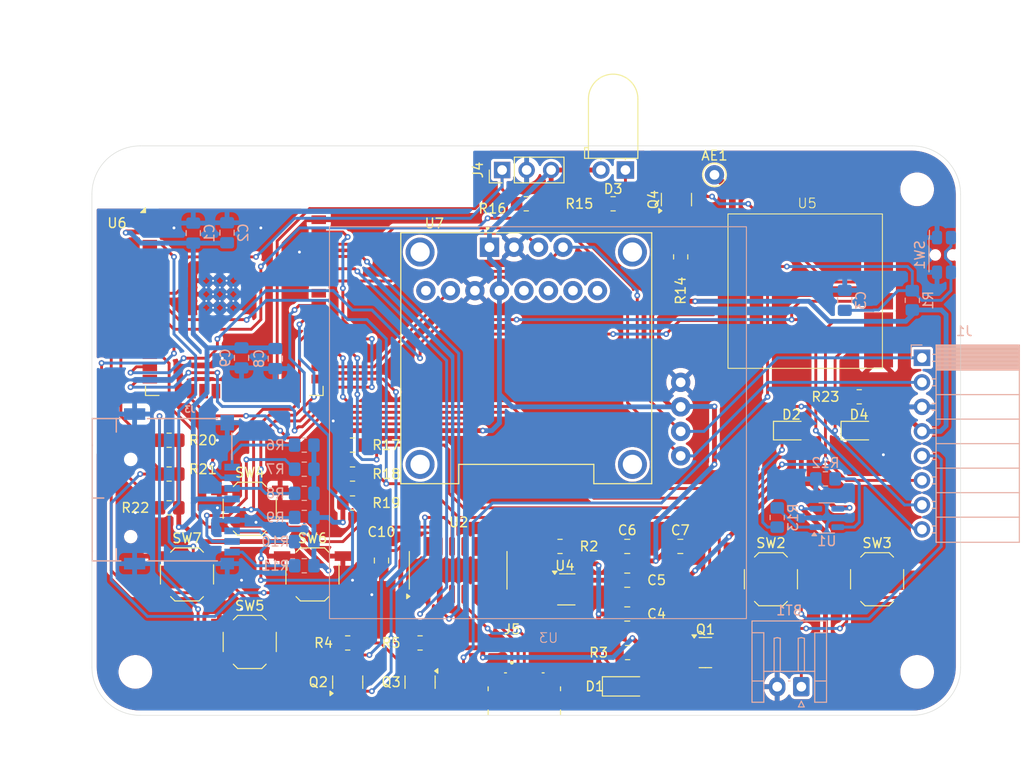
<source format=kicad_pcb>
(kicad_pcb (version 20240108) (generator "pcbnew") (generator_version "8.0")
  (layers (0 "F.Cu" signal) (31 "B.Cu" signal) (34 "B.Paste" user) (35 "F.Paste" user) (36 "B.SilkS" user "B.Silkscreen") (37 "F.SilkS" user "F.Silkscreen") (38 "B.Mask" user) (39 "F.Mask" user) (44 "Edge.Cuts" user))
  (net 0 "")
  (net 1 "Net-(AE1-A)")
  (net 2 "+BATT")
  (net 3 "GND")
  (net 4 "+3V3")
  (net 5 "/RESET")
  (net 6 "/VIN")
  (net 7 "VBUS")
  (net 8 "Net-(D2-K)")
  (net 9 "Net-(D3-K)")
  (net 10 "/SDA")
  (net 11 "/HSPI_SCK")
  (net 12 "/HSPI_MISO")
  (net 13 "/SCL")
  (net 14 "/HSPI_MOSI")
  (net 15 "/BACK_BTN")
  (net 16 "/VSPI_MISO")
  (net 17 "/VSPI_MOSI")
  (net 18 "/SD_CD")
  (net 19 "/SD_CS")
  (net 20 "/VSPI_SCK")
  (net 21 "Net-(J3-DAT1)")
  (net 22 "Net-(J3-DAT2)")
  (net 23 "/IR_IN")
  (net 25 "/D-")
  (net 26 "/D+")
  (net 27 "/DTR")
  (net 28 "/GPIO0")
  (net 29 "Net-(Q2-B)")
  (net 30 "Net-(Q3-B)")
  (net 31 "/RTS")
  (net 32 "Net-(Q4-B)")
  (net 33 "Net-(Q4-E)")
  (net 34 "Net-(U4-EN)")
  (net 35 "Net-(U1-PROG)")
  (net 36 "Net-(U1-~{CHRG})")
  (net 37 "/IR_OUT")
  (net 38 "/OK_BTN")
  (net 39 "/UP_BTN")
  (net 40 "/DOWN_BTN")
  (net 41 "/RIGHT_BTN")
  (net 42 "/LEFT_BTN")
  (net 47 "/TXD")
  (net 50 "/RXD")
  (net 53 "/NFC_IRQ")
  (net 60 "/LORA_DI0")
  (net 66 "/LORA_CS")
  (net 78 "Net-(D4-A)")
  (footprint "Connector_PinHeader_2.54mm:PinHeader_1x03_P2.54mm_Vertical" (layer "F.Cu") (at 213.5 62.5 90)
    (property "Reference" "J4")
    (property "Value" "IR Receiver")
  )
  (footprint "Capacitor_SMD:C_0805_2012Metric_Pad1.18x1.45mm_HandSolder" (layer "F.Cu") (at 226.4625 101.5)
    (property "Reference" "C6")
    (property "Value" "1uF")
  )
  (footprint "Button_Switch_SMD:SW_SPST_TL3342" (layer "F.Cu") (at 193.85 104.4)
    (property "Reference" "SW6")
    (property "Value" "RIGHT_BTN")
  )
  (footprint "Package_TO_SOT_SMD:SOT-23" (layer "F.Cu") (at 197.5 115.5625 90)
    (property "Reference" "Q2")
    (property "Value" "MMBT2222A")
  )
  (footprint "SX1276_Module:SX1276_Module" (layer "F.Cu") (at 245.1 75.35)
    (property "Reference" "U5")
    (property "Value" "~" (hide yes))
  )
  (footprint "Resistor_SMD:R_0805_2012Metric_Pad1.20x1.40mm_HandSolder" (layer "F.Cu") (at 198 94)
    (property "Reference" "R18")
    (property "Value" "10k")
  )
  (footprint "Button_Switch_SMD:SW_SPST_TL3342" (layer "F.Cu") (at 252.35 104.9)
    (property "Reference" "SW3")
    (property "Value" "OK_BTN")
  )
  (footprint "Resistor_SMD:R_0805_2012Metric_Pad1.20x1.40mm_HandSolder" (layer "F.Cu") (at 179 90.5 180)
    (property "Reference" "R20")
    (property "Value" "10k")
  )
  (footprint "Resistor_SMD:R_0805_2012Metric_Pad1.20x1.40mm_HandSolder" (layer "F.Cu") (at 250.5 86 180)
    (property "Reference" "R23")
    (property "Value" "1k")
  )
  (footprint "Button_Switch_SMD:SW_SPST_TL3342" (layer "F.Cu") (at 180.85 104.4)
    (property "Reference" "SW7")
    (property "Value" "LEFT_BTN")
  )
  (footprint "Resistor_SMD:R_0805_2012Metric_Pad1.20x1.40mm_HandSolder" (layer "F.Cu") (at 179 97.5 180)
    (property "Reference" "R22")
    (property "Value" "10k")
  )
  (footprint "Package_TO_SOT_SMD:SOT-23-5_HandSoldering" (layer "F.Cu") (at 220.15 105.95)
    (property "Reference" "U4")
    (property "Value" "AP2112K-3.3")
  )
  (footprint "Package_SO:SOIC-16_3.9x9.9mm_P1.27mm" (layer "F.Cu") (at 208.945 103.975 90)
    (property "Reference" "U2")
    (property "Value" "CH340C")
  )
  (footprint "Button_Switch_SMD:SW_SPST_TL3342" (layer "F.Cu") (at 187.35 111.4)
    (property "Reference" "SW5")
    (property "Value" "DOWN_BTN")
  )
  (footprint "Capacitor_SMD:C_0805_2012Metric_Pad1.18x1.45mm_HandSolder" (layer "F.Cu") (at 226.4625 108.5)
    (property "Reference" "C4")
    (property "Value" "10uF")
  )
  (footprint "LED_SMD:LED_0805_2012Metric_Pad1.15x1.40mm_HandSolder" (layer "F.Cu") (at 250.475 89.5)
    (property "Reference" "D4")
    (property "Value" "LED_PWR")
  )
  (footprint "Capacitor_SMD:C_0805_2012Metric_Pad1.18x1.45mm_HandSolder" (layer "F.Cu") (at 226.4625 105)
    (property "Reference" "C5")
    (property "Value" "10uF")
  )
  (footprint "LED_THT:LED_D5.0mm_Horizontal_O1.27mm_Z3.0mm" (layer "F.Cu") (at 226.275 62.5 180)
    (property "Reference" "D3")
    (property "Value" "IR Transmitter")
  )
  (footprint "Resistor_SMD:R_0805_2012Metric_Pad1.20x1.40mm_HandSolder" (layer "F.Cu") (at 198 97)
    (property "Reference" "R19")
    (property "Value" "10k")
  )
  (footprint "Diode_SMD:D_SOD-123F" (layer "F.Cu") (at 226.1 116)
    (property "Reference" "D1")
    (property "Value" "MBR1020VL")
  )
  (footprint "TestPoint:TestPoint_THTPad_D2.0mm_Drill1.0mm" (layer "F.Cu") (at 235.5 63)
    (property "Reference" "AE1")
    (property "Value" "Antenna")
  )
  (footprint "Resistor_SMD:R_0805_2012Metric_Pad1.20x1.40mm_HandSolder" (layer "F.Cu") (at 197.5 111.5 180)
    (property "Reference" "R4")
    (property "Value" "10k")
  )
  (footprint "Resistor_SMD:R_0805_2012Metric_Pad1.20x1.40mm_HandSolder" (layer "F.Cu") (at 219.5 101.5 180)
    (property "Reference" "R2")
    (property "Value" "100k")
  )
  (footprint "Button_Switch_SMD:SW_SPST_TL3342" (layer "F.Cu") (at 241.35 104.9)
    (property "Reference" "SW2")
    (property "Value" "BACK_BTN")
  )
  (footprint "Resistor_SMD:R_0805_2012Metric_Pad1.20x1.40mm_HandSolder" (layer "F.Cu") (at 205 111.5)
    (property "Reference" "R5")
    (property "Value" "10k")
  )
  (footprint "MountingHole:MountingHole_3mm" (layer "F.Cu") (at 256.5 64.5)
    (property "Reference" "REF**" (hide yes))
    (property "Value" "MountingHole_3mm")
  )
  (footprint "MountingHole:MountingHole_3mm" (layer "F.Cu") (at 175.5 114.5)
    (property "Reference" "REF**" (hide yes))
    (property "Value" "MountingHole_3mm")
  )
  (footprint "Package_TO_SOT_SMD:SOT-23" (layer "F.Cu") (at 231.5625 65.5625 90)
    (property "Reference" "Q4")
    (property "Value" "MMBT2222A")
  )
  (footprint "Resistor_SMD:R_0805_2012Metric_Pad1.20x1.40mm_HandSolder" (layer "F.Cu") (at 198 91)
    (property "Reference" "R17")
    (property "Value" "10k")
  )
  (footprint "Resistor_SMD:R_0805_2012Metric_Pad1.20x1.40mm_HandSolder" (layer "F.Cu") (at 179 94 180)
    (property "Reference" "R21")
    (property "Value" "10k")
  )
  (footprint "Resistor_SMD:R_0805_2012Metric_Pad1.20x1.40mm_HandSolder" (layer "F.Cu") (at 225 66)
    (property "Reference" "R15")
    (property "Value" "1k")
  )
  (footprint "Resistor_SMD:R_0805_2012Metric_Pad1.20x1.40mm_HandSolder" (layer "F.Cu") (at 226.5 112.5 180)
    (property "Reference" "R3")
    (property "Value" "100k")
  )
  (footprint "Resistor_SMD:R_0805_2012Metric_Pad1.20x1.40mm_HandSolder" (layer "F.Cu") (at 232 71.5 -90)
    (property "Reference" "R14")
    (property "Value" "330R")
  )
  (footprint "Button_Switch_SMD:SW_SPST_TL3342" (layer "F.Cu") (at 187.35 97.6)
    (property "Reference" "SW4")
    (property "Value" "UP_BTN")
  )
  (footprint "RF_Module:ESP32-WROOM-32E" (layer "F.Cu") (at 185.75 72.91)
    (property "Reference" "U6")
    (property "Value" "ESP32-WROOM-32E")
  )
  (footprint "MountingHole:MountingHole_3mm" (layer "F.Cu") (at 256.5 114.5)
    (property "Reference" "REF**" (hide yes))
    (property "Value" "MountingHole_3mm")
  )
  (footprint "DM-OLED096-636:MODULE_DM-OLED096-636" (layer "F.Cu") (at 216 82)
    (property "Reference" "U7")
    (property "Value" "128x64")
  )
  (footprint "Community:USB_B_Micro_SMD-TE" (layer "F.Cu") (at 215.8 117.45)
    (property "Reference" "J5")
    (property "Value" "USB_B_Micro")
  )
  (footprint "Capacitor_SMD:C_0805_2012Metric_Pad1.18x1.45mm_HandSolder" (layer "F.Cu") (at 231.9625 101.5)
    (property "Reference" "C7")
    (property "Value" "10uF")
  )
  (footprint "Resistor_SMD:R_0805_2012Metric_Pad1.20x1.40mm_HandSolder" (layer "F.Cu") (at 216 66 180)
    (property "Reference" "R16")
    (property "Value" "10k")
  )
  (footprint "LED_SMD:LED_0805_2012Metric_Pad1.15x1.40mm_HandSolder" (layer "F.Cu") (at 243.475 89.5)
    (property "Reference" "D2")
    (property "Value" "LED_CHRG")
  )
  (footprint "Capacitor_SMD:C_0805_2012Metric_Pad1.18x1.45mm_HandSolder" (layer "F.Cu") (at 201 102.9625 -90)
    (property "Reference" "C10")
    (property "Value" "1uF")
  )
  (footprint "Package_TO_SOT_SMD:SOT-23" (layer "F.Cu") (at 234.5625 112.5)
    (property "Reference" "Q1")
    (property "Value" "DMG2301L")
  )
  (footprint "Package_TO_SOT_SMD:SOT-23" (layer "F.Cu") (at 205 115.5625 -90)
    (property "Reference" "Q3")
    (property "Value" "MMBT2222A")
  )
  (footprint "Capacitor_SMD:C_0805_2012Metric_Pad1.18x1.45mm_HandSolder" (layer "B.Cu") (at 190 82.0375 -90)
    (property "Reference" "C8")
    (property "Value" "10uF")
  )
  (footprint "Resistor_SMD:R_0805_2012Metric_Pad1.20x1.40mm_HandSolder" (layer "B.Cu") (at 242 98.5 90)
    (property "Reference" "R13")
    (property "Value" "330")
  )
  (footprint "Package_TO_SOT_SMD:TSOT-23-5" (layer "B.Cu") (at 247.1375 98.55)
    (property "Reference" "U1")
    (property "Value" "LTC4054ES5-4.2")
  )
  (footprint "Community:J_SD_Card-micro_socket_A" (layer "B.Cu") (at 178.5 96.5 -90)
    (property "Reference" "J3")
    (property "Value" "Micro_SD_Card_Det1" (hide yes))
  )
  (footprint "Resistor_SMD:R_0805_2012Metric_Pad1.20x1.40mm_HandSolder" (layer "B.Cu") (at 247 94.5 180)
    (property "Reference" "R12")
    (property "Value" "1.25k")
  )
  (footprint "Resistor_SMD:R_0805_2012Metric_Pad1.20x1.40mm_HandSolder" (layer "B.Cu") (at 193 98.5 180)
    (property "Reference" "R9")
    (property "Value" "47k")
  )
  (footprint "Capacitor_SMD:C_0805_2012Metric_Pad1.18x1.45mm_HandSolder" (layer "B.Cu") (at 185 69 90)
    (property "Reference" "C2")
    (property "Value" "10uF")
  )
  (footprint "Capacitor_SMD:C_0805_2012Metric_Pad1.18x1.45mm_HandSolder" (layer "B.Cu") (at 249 76 90)
    (property "Reference" "C3")
    (property "Value" "10uF")
  )
  (footprint "Resistor_SMD:R_0805_2012Metric_Pad1.20x1.40mm_HandSolder" (layer "B.Cu") (at 193 101 180)
    (property "Reference" "R10")
    (property "Value" "47k")
  )
  (footprint "Capacitor_SMD:C_0805_2012Metric_Pad1.18x1.45mm_HandSolder" (layer "B.Cu") (at 181.5 69.0375 90)
    (property "Reference" "C1")
    (property "Value" "10uF")
  )
  (footprint "Resistor_SMD:R_0805_2012Metric_Pad1.20x1.40mm_HandSolder" (layer "B.Cu") (at 256 76 90)
    (property "Reference" "R1")
    (property "Value" "10k")
  )
  (footprint "Button_Switch_SMD:SW_SPST_EVQP7C" (layer "B.Cu") (at 259.28 71.3 -90)
    (property "Reference" "SW1")
    (property "Value" "SW_Push")
  )
  (footprint "Resistor_SMD:R_0805_2012Metric_Pad1.20x1.40mm_HandSolder" (layer "B.Cu") (at 193 93.5 180)
    (property "Reference" "R7")
    (property "Value" "47k")
  )
  (footprint "Connector_PinSocket_2.54mm:PinSocket_1x08_P2.54mm_Horizontal" (layer "B.Cu") (at 257 81.96 180)
    (property "Reference" "J1")
    (property "Value" "PINOUT")
  )
  (footprint "Resistor_SMD:R_0805_2012Metric_Pad1.20x1.40mm_HandSolder" (layer "B.Cu") (at 193 91 180)
    (property "Reference" "R6")
    (property "Value" "47k")
  )
  (footprint "Capacitor_SMD:C_0805_2012Metric_Pad1.18x1.45mm_HandSolder" (layer "B.Cu") (at 186.5 81.9625 -90)
    (property "Reference" "C9")
    (property "Value" "10uF")
  )
  (footprint "PN532_Module:PN532_Module" (layer "B.Cu") (at 218.4 88.7 180)
    (property "Reference" "U3")
    (property "Value" "~")
  )
  (footprint "Connector_JST:JST_EH_S2B-EH_1x02_P2.50mm_Horizontal" (layer "B.Cu") (at 244.5 116.0325 180)
    (property "Reference" "BT1")
    (property "Value" "Battery_Cell")
  )
  (footprint "Resistor_SMD:R_0805_2012Metric_Pad1.20x1.40mm_HandSolder" (layer "B.Cu") (at 193 103.5 180)
    (property "Reference" "R11")
    (property "Value" "47k")
  )
  (footprint "Resistor_SMD:R_0805_2012Metric_Pad1.20x1.40mm_HandSolder" (layer "B.Cu") (at 193 96 180)
    (property "Reference" "R8")
    (property "Value" "47k")
  )
  (gr_line (start 256 119) (end 176 119) (stroke (width 0.05)) (layer "Edge.Cuts"))
  (gr_arc (start 171 65) (mid 172.464466 61.464466) (end 176 60) (stroke (width 0.05)) (layer "Edge.Cuts"))
  (gr_line (start 171 114) (end 171 65) (stroke (width 0.05)) (layer "Edge.Cuts"))
  (gr_arc (start 261 114) (mid 259.535534 117.535534) (end 256 119) (stroke (width 0.05)) (layer "Edge.Cuts"))
  (gr_line (start 261 65) (end 261 114) (stroke (width 0.05)) (layer "Edge.Cuts"))
  (gr_arc (start 176 119) (mid 172.464466 117.535534) (end 171 114) (stroke (width 0.05)) (layer "Edge.Cuts"))
  (gr_arc (start 256 60) (mid 259.535534 61.464466) (end 261 65) (stroke (width 0.05)) (layer "Edge.Cuts"))
  (gr_line (start 176 60) (end 256 60) (stroke (width 0.05)) (layer "Edge.Cuts"))
  (segment (start 237.35 64.85) (end 235.5 63) (width 0.7) (layer "F.Cu") (net 1))
  (segment (start 237.35 68) (end 237.35 64.85) (width 0.7) (layer "F.Cu") (net 1))
  (segment (start 245.5 112.5) (end 244.5 112.5) (width 0.5) (layer "F.Cu") (net 2))
  (segment (start 247 111) (end 246.5 111.5) (width 0.5) (layer "F.Cu") (net 2))
  (segment (start 244.5 116.0325) (end 244.5 112.5) (width 0.3) (layer "F.Cu") (net 2))
  (segment (start 244.5 112.5) (end 235.5 112.5) (width 0.5) (layer "F.Cu") (net 2))
  (segment (start 246.5 111.5) (end 245.5 112.5) (width 0.5) (layer "F.Cu") (net 2))
  (segment (start 247 100) (end 247 111) (width 0.5) (layer "F.Cu") (net 2))
  (segment (start 244.5 97.5) (end 247 100) (width 0.5) (layer "F.Cu") (net 2))
  (via (at 244.5 97.5) (size 0.6) (drill 0.3) (layers "F.Cu" "B.Cu") (net 2))
  (segment (start 246 97.6) (end 244.6 97.6) (width 0.3) (layer "B.Cu") (net 2))
  (segment (start 244.6 97.6) (end 244.5 97.5) (width 0.3) (layer "B.Cu") (net 2))
  (segment (start 237.35 70.1) (end 234.6 70.1) (width 0.7) (layer "F.Cu") (net 3))
  (segment (start 239.9 70.1) (end 240 70) (width 0.7) (layer "F.Cu") (net 3))
  (segment (start 237.35 70.1) (end 239.9 70.1) (width 0.7) (layer "F.Cu") (net 3))
  (via (at 175.5 98) (size 0.6) (drill 0.3) (layers "F.Cu" "B.Cu") (net 3))
  (via (at 186.5 108) (size 0.6) (drill 0.3) (layers "F.Cu" "B.Cu") (net 3))
  (via (at 184.5 82) (size 0.6) (drill 0.3) (layers "F.Cu" "B.Cu") (net 3))
  (via (at 184 97.5) (size 0.6) (drill 0.3) (layers "F.Cu" "B.Cu") (net 3))
  (via (at 196 88.5) (size 0.6) (drill 0.3) (layers "F.Cu" "B.Cu") (net 3))
  (via (at 200 106.5) (size 0.6) (drill 0.3) (layers "F.Cu" "B.Cu") (net 3))
  (via (at 198 105) (size 0.6) (drill 0.3) (layers "F.Cu" "B.Cu") (net 3))
  (via (at 253 92) (size 0.6) (drill 0.3) (layers "F.Cu" "B.Cu") (net 3))
  (via (at 188.5 68.5) (size 0.6) (drill 0.3) (layers "F.Cu" "B.Cu") (net 3))
  (via (at 184 90.5) (size 0.6) (drill 0.3) (layers "F.Cu" "B.Cu") (net 3))
  (via (at 192.5 71) (size 0.6) (drill 0.3) (layers "F.Cu" "B.Cu") (net 3))
  (via (at 186.5 105) (size 0.6) (drill 0.3) (layers "F.Cu" "B.Cu") (net 3))
  (via (at 179.5 68.5) (size 0.6) (drill 0.3) (layers "F.Cu" "B.Cu") (net 3))
  (via (at 188 99) (size 0.6) (drill 0.3) (layers "F.Cu" "B.Cu") (net 3))
  (segment (start 246 94.5) (end 247.1125 95.6125) (width 0.3) (layer "B.Cu") (net 3))
  (segment (start 247.1125 95.6125) (end 247.1125 98.099999) (width 0.3) (layer "B.Cu") (net 3))
  (segment (start 246.662499 98.55) (end 246 98.55) (width 0.3) (layer "B.Cu") (net 3))
  (segment (start 247.1125 98.099999) (end 246.662499 98.55) (width 0.3) (layer "B.Cu") (net 3))
  (segment (start 174.58 68.92) (end 174.5 69) (width 0.5) (layer "F.Cu") (net 4))
  (segment (start 221.5 105) (end 225.425 105) (width 0.5) (layer "F.Cu") (net 4))
  (segment (start 230.4 76.1) (end 229 77.5) (width 0.5) (layer "F.Cu") (net 4))
  (segment (start 218.58 62.5) (end 218.58 65.92) (width 0.5) (layer "F.Cu") (net 4))
  (segment (start 253.42 86) (end 257 89.58) (width 0.5) (layer "F.Cu") (net 4))
  (segment (start 229 77.5) (end 229 85) (width 0.5) (layer "F.Cu") (net 4))
  (segment (start 225.425 101.5) (end 225.425 103) (width 0.5) (layer "F.Cu") (net 4))
  (segment (start 211.5 89.5) (end 197.5 89.5) (width 0.5) (layer "F.Cu") (net 4))
  (segment (start 235.5 93) (end 235.5 87) (width 0.5) (layer "F.Cu") (net 4))
  (segment (start 197 91) (end 197 94) (width 0.5) (layer "F.Cu") (net 4))
  (segment (start 251.5 86) (end 253.42 86) (width 0.5) (layer "F.Cu") (net 4))
  (segment (start 180 99.5) (end 180.702082 99.5) (width 0.5) (layer "F.Cu") (net 4))
  (segment (start 218.58 62.5) (end 223.735 62.5) (width 0.5) (layer "F.Cu") (net 4))
  (segment (start 177 68.92) (end 174.58 68.92) (width 0.5) (layer "F.Cu") (net 4))
  (segment (start 213.22 75) (end 213.22 75.876016) (width 0.5) (layer "F.Cu") (net 4))
  (segment (start 223.71 62.5) (end 223.735 62.475) (width 0.3) (layer "F.Cu") (net 4))
  (segment (start 182.202082 101) (end 192.5 101) (width 0.5) (layer "F.Cu") (net 4))
  (segment (start 225.425 103) (end 229.425 103) (width 0.5) (layer "F.Cu") (net 4))
  (segment (start 192.5 101) (end 195.5 104) (width 0.5) (layer "F.Cu") (net 4))
  (segment (start 229.425 103) (end 230.925 101.5) (width 0.5) (layer "F.Cu") (net 4))
  (segment (start 180 97.5) (end 180 99.5) (width 0.5) (layer "F.Cu") (net 4))
  (segment (start 229 85) (end 231.04 87.04) (width 0.5) (layer "F.Cu") (net 4))
  (segment (start 218.58 65.92) (end 218.5 66) (width 0.5) (layer "F.Cu") (net 4))
  (segment (start 197 97) (end 197 99) (width 0.5) (layer "F.Cu") (net 4))
  (segment (start 197 94) (end 197 97) (width 0.5) (layer "F.Cu") (net 4))
  (segment (start 180 90.5) (end 180 94) (width 0.5) (layer "F.Cu") (net 4))
  (segment (start 180.702082 99.5) (end 182.202082 101) (width 0.5) (layer "F.Cu") (net 4))
  (segment (start 231.04 87.04) (end 232 87.04) (width 0.5) (layer "F.Cu") (net 4))
  (segment (start 180 94) (end 180 97.5) (width 0.5) (layer "F.Cu") (net 4))
  (segment (start 197 90) (end 197 91) (width 0.5) (layer "F.Cu") (net 4))
  (segment (start 218.5 66) (end 217 66) (width 0.5) (layer "F.Cu") (net 4))
  (segment (start 237.35 76.1) (end 230.4 76.1) (width 0.5) (layer "F.Cu") (net 4))
  (segment (start 225.425 103) (end 225.425 105) (width 0.5) (layer "F.Cu") (net 4))
  (segment (start 197.5 89.5) (end 197 90) (width 0.5) (layer "F.Cu") (net 4))
  (via (at 233.5 76.1) (size 0.6) (drill 0.3) (layers "F.Cu" "B.Cu") (net 4))
  (via (at 197 99) (size 0.6) (drill 0.3) (layers "F.Cu" "B.Cu") (net 4))
  (via (at 180 99.5) (size 0.6) (drill 0.3) (layers "F.Cu" "B.Cu") (net 4))
  (via (at 174.5 69) (size 0.6) (drill 0.3) (layers "F.Cu" "B.Cu") (net 4))
  (via (at 195.5 104) (size 0.6) (drill 0.3) (layers "F.Cu" "B.Cu") (net 4))
  (via (at 229.425 103) (size 0.6) (drill 0.3) (layers "F.Cu" "B.Cu") (net 4))
  (via (at 235.5 93) (size 0.6) (drill 0.3) (layers "F.Cu" "B.Cu") (net 4))
  (via (at 211.5 89.5) (size 0.6) (drill 0.3) (layers "F.Cu" "B.Cu") (net 4))
  (via (at 235.5 87) (size 0.6) (drill 0.3) (layers "F.Cu" "B.Cu") (net 4))
  (segment (start 213.22 85.72) (end 214.54 87.04) (width 0.5) (layer "B.Cu") (net 4))
  (segment (start 233 87) (end 232.96 87.04) (width 0.5) (layer "B.Cu") (net 4))
  (segment (start 212.19 70.5) (end 212.19 68.89) (width 0.5) (layer "B.Cu") (net 4))
  (segment (start 181.5 70.075) (end 184.9625 70.075) (width 0.5) (layer "B.Cu") (net 4))
  (segment (start 256.5 77) (end 255.325 78.175) (width 0.5) (layer "B.Cu") (net 4))
  (segment (start 245.302082 76.1) (end 233.5 76.1) (width 0.5) (layer "B.Cu") (net 4))
  (segment (start 194 101) (end 194 103.5) (width 0.5) (layer "B.Cu") (net 4))
  (segment (start 232.96 87.04) (end 232 87.04) (width 0.5) (layer "B.Cu") (net 4))
  (segment (start 259.5 77.5) (end 259.5 89) (width 0.5) (layer "B.Cu") (net 4))
  (segment (start 194 93.5) (end 194 96) (width 0.5) (layer "B.Cu") (net 4))
  (segment (start 211.5 89.5) (end 212.44 89.5) (width 0.5) (layer "B.Cu") (net 4))
  (segment (start 186.5 80.925) (end 189.925 80.925) (width 0.5) (layer "B.Cu") (net 4))
  (segment (start 213.22 75) (end 213.22 85.72) (width 0.5) (layer "B.Cu") (net 4))
  (segment (start 212.19 68.89) (end 218.58 62.5) (width 0.5) (layer "B.Cu") (net 4))
  (segment (start 181.5 86.98995) (end 181.5 96.5) (width 0.5) (layer "B.Cu") (net 4))
  (segment (start 186.5 80.925) (end 182.925 80.925) (width 0.5) (layer "B.Cu") (net 4))
  (segment (start 195.5 98.5) (end 194 98.5) (width 0.5) (layer "B.Cu") (net 4))
  (segment (start 182.925 85.56495) (end 181.5 86.98995) (width 0.5) (layer "B.Cu") (net 4))
  (segment (start 212.19 70.5) (end 212.19 71.69) (width 0.5) (layer "B.Cu") (net 4))
  (segment (start 185.521855 96.584968) (end 181.915032 96.584968) (width 0.5) (layer "B.Cu") (net 4))
  (segment (start 255.325 78.175) (end 247.377082 78.175) (width 0.5) (layer "B.Cu") (net 4))
  (segment (start 197 99) (end 196 99) (width 0.5) (layer "B.Cu") (net 4))
  (segment (start 259 77) (end 259.5 77.5) (width 0.5) (layer "B.Cu") (net 4))
  (segment (start 174.5 69) (end 175 69) (width 0.5) (layer "B.Cu") (net 4))
  (segment (start 212.44 89.5) (end 213.22 88.72) (width 0.5) (layer "B.Cu") (net 4))
  (segment (start 258.92 89.58) (end 257 89.58) (width 0.5) (layer "B.Cu") (net 4))
  (segment (start 259.5 89) (end 258.92 89.58) (width 0.5) (layer "B.Cu") (net 4))
  (segment (start 182.925 80.925) (end 181.5 79.5) (width 0.5) (layer "B.Cu") (net 4))
  (segment (start 229.425 103) (end 229.425 99.075) (width 0.5) (layer "B.Cu") (net 4))
  (segment (start 213.22 88.72) (end 213.22 85.72) (width 0.5) (layer "B.Cu") (net 4))
  (segment (start 180 99.5) (end 180.5 99.5) (width 0.5) (layer "B.Cu") (net 4))
  (segment (start 189.925 80.925) (end 190 81) (width 0.5) (layer "B.Cu") (net 4))
  (segment (start 247.377082 78.175) (end 245.302082 76.1) (width 0.5) (layer "B.Cu") (net 4))
  (segment (start 176.075 70.075) (end 181.5 70.075) (width 0.5) (layer "B.Cu") (net 4))
  (segment (start 184.9625 70.075) (end 185 70.0375) (width 0.5) (layer "B.Cu") (net 4))
  (segment (start 212.19 71.69) (end 213.22 72.72) (width 0.5) (layer "B.Cu") (net 4))
  (segment (start 181.5 79.5) (end 181.5 70.075) (width 0.5) (layer "B.Cu") (net 4))
  (segment (start 194 91) (end 194 93.5) (width 0.5) (layer "B.Cu") (net 4))
  (segment (start 194 96) (end 194 98.5) (width 0.5) (layer "B.Cu") (net 4))
  (segment (start 196 99) (end 195.5 98.5) (width 0.5) (layer "B.Cu") (net 4))
  (segment (start 181.5 96.5) (end 181.5 97) (width 0.5) (layer "B.Cu") (net 4))
  (segment (start 194 98.5) (end 194 101) (width 0.5) (layer "B.Cu") (net 4))
  (segment (start 235.5 87) (end 233 87) (width 0.5) (layer "B.Cu") (net 4))
  (segment (start 180.5 99.5) (end 181.5 98.5) (width 0.5) (layer "B.Cu") (net 4))
  (segment (start 181.5 97) (end 181.5 98.5) (width 0.5) (layer "B.Cu") (net 4))
  (segment (start 175 69) (end 176.075 70.075) (width 0.5) (layer "B.Cu") (net 4))
  (segment (start 229.425 99.075) (end 235.5 93) (width 0.5) (layer "B.Cu") (net 4))
  (segment (start 182.925 80.925) (end 182.925 85.56495) (width 0.5) (layer "B.Cu") (net 4))
  (segment (start 213.22 72.72) (end 213.22 75) (width 0.5) (layer "B.Cu") (net 4))
  (segment (start 214.54 87.04) (end 232 87.04) (width 0.5) (layer "B.Cu") (net 4))
  (segment (start 181.915032 96.584968) (end 181.5 97) (width 0.5) (layer "B.Cu") (net 4))
  (segment (start 256.5 77) (end 259 77) (width 0.5) (layer "B.Cu") (net 4))
  (segment (start 194 103.5) (end 195 103.5) (width 0.5) (layer "B.Cu") (net 4))
  (segment (start 195 103.5) (end 195.5 104) (width 0.5) (layer "B.Cu") (net 4))
  (segment (start 241 73) (end 241 86) (width 0.3) (layer "F.Cu") (net 5))
  (segment (start 203.5 118) (end 205 118) (width 0.3) (layer "F.Cu") (net 5))
  (segment (start 209 118) (end 209.5 117.5) (width 0.3) (layer "F.Cu") (net 5))
  (segment (start 181.5 104) (end 182.5 105) (width 0.3) (layer "F.Cu") (net 5))
  (segment (start 209.5 117.5) (end 209.5 113) (width 0.3) (layer "F.Cu") (net 5))
  (segment (start 205 116.5) (end 205 118) (width 0.3) (layer "F.Cu") (net 5))
  (segment (start 193 118) (end 203.5 118) (width 0.3) (layer "F.Cu") (net 5))
  (segment (start 181.5 101.5) (end 181.5 104) (width 0.3) (layer "F.Cu") (net 5))
  (segment (start 192.5 108.5) (end 192.5 117.5) (width 0.3) (layer "F.Cu") (net 5))
  (segment (start 179.5 71.5) (end 178.19 70.19) (width 0.3) (layer "F.Cu") (net 5))
  (segment (start 192.5 117.5) (end 193 118) (width 0.3) (layer "F.Cu") (net 5))
  (segment (start 205 118) (end 209 118) (width 0.3) (layer "F.Cu") (net 5))
  (segment (start 185 105) (end 188 108) (width 0.3) (layer "F.Cu") (net 5))
  (segment (start 241.5 72.5) (end 241 73) (width 0.3) (layer "F.Cu") (net 5))
  (segment (start 188 108) (end 192 108) (width 0.3) (layer "F.Cu") (net 5))
  (segment (start 178.19 70.19) (end 177 70.19) (width 0.3) (layer "F.Cu") (net 5))
  (segment (start 182.5 105) (end 185 105) (width 0.3) (layer "F.Cu") (net 5))
  (segment (start 243 72.5) (end 241.5 72.5) (width 0.3) (layer "F.Cu") (net 5))
  (segment (start 192 108) (end 192.5 108.5) (width 0.3) (layer "F.Cu") (net 5))
  (via (at 181.5 101.5) (size 0.6) (drill 0.3) (layers "F.Cu" "B.Cu") (net 5))
  (via (at 209.5 113) (size 0.6) (drill 0.3) (layers "F.Cu" "B.Cu") (net 5))
  (via (at 241 86) (size 0.6) (drill 0.3) (layers "F.Cu" "B.Cu") (net 5))
  (via (at 243 72.5) (size 0.6) (drill 0.3) (layers "F.Cu" "B.Cu") (net 5))
  (via (at 179.5 71.5) (size 0.6) (drill 0.3) (layers "F.Cu" "B.Cu") (net 5))
  (segment (start 179 101) (end 179 98) (width 0.3) (layer "B.Cu") (net 5))
  (segment (start 180 87.5) (end 181.75 85.75) (width 0.3) (layer "B.Cu") (net 5))
  (segment (start 230 97) (end 241 86) (width 0.3) (layer "B.Cu") (net 5))
  (segment (start 259 76) (end 257 76) (width 0.3) (layer "B.Cu") (net 5))
  (segment (start 251.9625 77.0375) (end 249 77.0375) (width 0.3) (layer "B.Cu") (net 5))
  (segment (start 179.5 79.5) (end 179.5 71.5) (width 0.3) (layer "B.Cu") (net 5))
  (segment (start 252.5 77) (end 252 77) (width 0.3) (layer "B.Cu") (net 5))
  (segment (start 260 72.18066) (end 260 73.1) (width 0.3) (layer "B.Cu") (net 5))
  (segment (start 181.75 85.75) (end 181.75 81.75) (width 0.3) (layer "B.Cu") (net 5))
  (segment (start 259.43 71.61066) (end 260 72.18066) (width 0.3) (layer "B.Cu") (net 5))
  (segment (start 179.5 101.5) (end 179 101) (width 0.3) (layer "B.Cu") (net 5))
  (segment (start 243 72.5) (end 255.5 72.5) (width 0.3) (layer "B.Cu") (net 5))
  (segment (start 181.5 101.5) (end 179.5 101.5) (width 0.3) (layer "B.Cu") (net 5))
  (segment (start 181.75 81.75) (end 179.5 79.5) (width 0.3) (layer "B.Cu") (net 5))
  (segment (start 260 75) (end 260 73.1) (width 0.3) (layer "B.Cu") (net 5))
  (segment (start 209.5 113) (end 210.5 112) (width 0.3) (layer "B.Cu") (net 5))
  (segment (start 257 76) (end 256 75) (width 0.3) (layer "B.Cu") (net 5))
  (segment (start 255.5 72.5) (end 256 73) (width 0.3) (layer "B.Cu") (net 5))
  (segment (start 260 70.41934) (end 259.43 70.98934) (width 0.3) (layer "B.Cu") (net 5))
  (segment (start 259 76) (end 260 75) (width 0.3) (layer "B.Cu") (net 5))
  (segment (start 260 69.5) (end 260 70.41934) (width 0.3) (layer "B.Cu") (net 5))
  (segment (start 254.5 75) (end 252.5 77) (width 0.3) (layer "B.Cu") (net 5))
  (segment (start 256.5 75) (end 254.5 75) (width 0.3) (layer "B.Cu") (net 5))
  (segment (start 210.5 112) (end 210.5 99) (width 0.3) (layer "B.Cu") (net 5))
  (segment (start 259.43 70.98934) (end 259.43 71.61066) (width 0.3) (layer "B.Cu") (net 5))
  (segment (start 180 97) (end 180 87.5) (width 0.3) (layer "B.Cu") (net 5))
  (segment (start 212.5 97) (end 230 97) (width 0.3) (layer "B.Cu") (net 5))
  (segment (start 179 98) (end 180 97) (width 0.3) (layer "B.Cu") (net 5))
  (segment (start 210.5 99) (end 212.5 97) (width 0.3) (layer "B.Cu") (net 5))
  (segment (start 252 77) (end 251.9625 77.0375) (width 0.3) (layer "B.Cu") (net 5))
  (segment (start 256 73) (end 256 75) (width 0.3) (layer "B.Cu") (net 5))
  (segment (start 223.5 108.5) (end 225.425 108.5) (width 0.5) (layer "F.Cu") (net 6))
  (segment (start 223.5 108.5) (end 223.5 113.5) (width 0.5) (layer "F.Cu") (net 6))
  (segment (start 229.5 117.5) (end 230 117) (width 0.5) (layer "F.Cu") (net 6))
  (segment (start 230 115) (end 231.55 113.45) (width 0.5) (layer "F.Cu") (net 6))
  (segment (start 225.5 117.5) (end 229.5 117.5) (width 0.5) (layer "F.Cu") (net 6))
  (segment (start 230 117) (end 230 115) (width 0.5) (layer "F.Cu") (net 6))
  (segment (start 223.3 103.3) (end 223.5 103.5) (width 0.5) (layer "F.Cu") (net 6))
  (segment (start 218.8 105) (end 220.5 103.3) (width 0.5) (layer "F.Cu") (net 6))
  (segment (start 220.5 103.3) (end 223.3 103.3) (width 0.5) (layer "F.Cu") (net 6))
  (segment (start 224.7 116) (end 224.7 116.7) (width 0.5) (layer "F.Cu") (net 6))
  (segment (start 231.55 113.45) (end 233.625 113.45) (width 0.5) (layer "F.Cu") (net 6))
  (segment (start 224.7 116.7) (end 225.5 117.5) (width 0.5) (layer "F.Cu") (net 6))
  (segment (start 224.7 114.7) (end 224.7 116) (width 0.5) (layer "F.Cu") (net 6))
  (segment (start 223.5 113.5) (end 224.7 114.7) (width 0.5) (layer "F.Cu") (net 6))
  (segment (start 220.5 103.3) (end 220.5 101.5) (width 0.5) (layer "F.Cu") (net 6))
  (via (at 223.5 103.5) (size 0.6) (drill 0.3) (layers "F.Cu" "B.Cu") (net 6))
  (via (at 223.5 108.5) (size 0.6) (drill 0.3) (layers "F.Cu" "B.Cu") (net 6))
  (segment (start 223.5 103.5) (end 223.5 108.5) (width 0.5) (layer "B.Cu") (net 6))
  (segment (start 242.5 95) (end 245.5 95) (width 0.5) (layer "F.Cu") (net 7))
  (segment (start 231.5 111.55) (end 230.45 111.55) (width 0.5) (layer "F.Cu") (net 7))
  (segment (start 207 110) (end 204 110) (width 0.5) (layer "F.Cu") (net 7))
  (segment (start 227.5 116) (end 227.5 112.5) (width 0.5) (layer "F.Cu") (net 7))
  (segment (start 227.5 112.5) (end 227.5 111.5) (width 0.5) (layer "F.Cu") (net 7))
  (segment (start 211.5 112) (end 209 112) (width 0.5) (layer "F.Cu") (net 7))
  (segment (start 233.625 111.55) (end 231.5 111.55) (width 0.5) (layer "F.Cu") (net 7))
  (segment (start 211.5 113) (end 211.5 112) (width 0.5) (layer "F.Cu") (net 7))
  (segment (start 203 101.5) (end 204.5 101.5) (width 0.3) (layer "F.Cu") (net 7))
  (segment (start 231.5 111.55) (end 231.5 106) (width 0.5) (layer "F.Cu") (net 7))
  (segment (start 214.5 112.5) (end 214 112) (width 0.3) (layer "F.Cu") (net 7))
  (segment (start 230.45 111.55) (end 229.5 112.5) (width 0.5) (layer "F.Cu") (net 7))
  (segment (start 204 110) (end 203 109) (width 0.5) (layer "F.Cu") (net 7))
  (segment (start 229.5 112.5) (end 227.5 112.5) (width 0.5) (layer "F.Cu") (net 7))
  (segment (start 227.5 111.5) (end 227 111) (width 0.5) (layer "F.Cu") (net 7))
  (segment (start 214.5 114.775) (end 214.5 112.5) (width 0.3) (layer "F.Cu") (net 7))
  (segment (start 203 103) (end 203 101.5) (width 0.3) (layer "F.Cu") (net 7))
  (segment (start 214 112) (end 213 112) (width 0.3) (layer "F.Cu") (net 7))
  (segment (start 248 97.5) (end 249.5 97.5) (width 0.5) (layer "F.Cu") (net 7))
  (segment (start 244.5 95) (end 244.5 89.5) (width 0.5) (layer "F.Cu") (net 7))
  (segment (start 237 100.5) (end 242.5 95) (width 0.5) (layer "F.Cu") (net 7))
  (segment (start 202.575 101.925) (end 203 101.5) (width 0.3) (layer "F.Cu") (net 7))
  (segment (start 231.5 106) (end 233.5 104) (width 0.5) (layer "F.Cu") (net 7))
  (segment (start 203 103.5) (end 203 103) (width 0.5) (layer "F.Cu") (net 7))
  (segment (start 209 112) (end 207 110) (width 0.5) (layer "F.Cu") (net 7))
  (segment (start 201 101.925) (end 202.575 101.925) (width 0.3) (layer "F.Cu") (net 7))
  (segment (start 245.5 95) (end 248 97.5) (width 0.5) (layer "F.Cu") (net 7))
  (segment (start 203 109) (end 203 103.5) (width 0.5) (layer "F.Cu") (net 7))
  (segment (start 213 112) (end 211.5 112) (width 0.5) (layer "F.Cu") (net 7))
  (via (at 227 111) (size 0.6) (drill 0.3) (layers "F.Cu" "B.Cu") (net 7))
  (via (at 237 100.5) (size 0.6) (drill 0.3) (layers "F.Cu" "B.Cu") (net 7))
  (via (at 233.5 104) (size 0.6) (drill 0.3) (layers "F.Cu" "B.Cu") (net 7))
  (via (at 211.5 113) (size 0.6) (drill 0.3) (layers "F.Cu" "B.Cu") (net 7))
  (via (at 249.5 97.5) (size 0.6) (drill 0.3) (layers "F.Cu" "B.Cu") (net 7))
  (segment (start 249.4 97.6) (end 249.5 97.5) (width 0.3) (layer "B.Cu") (net 7))
  (segment (start 248.275 97.6) (end 249.4 97.6) (width 0.3) (layer "B.Cu") (net 7))
  (segment (start 227 111) (end 225 113) (width 0.5) (layer "B.Cu") (net 7))
  (segment (start 225 113) (end 211.5 113) (width 0.5) (layer "B.Cu") (net 7))
  (segment (start 233.5 104) (end 237 100.5) (width 0.5) (layer "B.Cu") (net 7))
  (segment (start 242.5 89.55) (end 242.45 89.5) (width 0.3) (layer "F.Cu") (net 8))
  (segment (start 242.5 91.5) (end 242.5 89.55) (width 0.3) (layer "F.Cu") (net 8))
  (via (at 242.5 91.5) (size 0.6) (drill 0.3) (layers "F.Cu" "B.Cu") (net 8))
  (segment (start 242 99.5) (end 241 99.5) (width 0.3) (layer "B.Cu") (net 8))
  (segment (start 241 99.5) (end 240.5 99) (width 0.3) (layer "B.Cu") (net 8))
  (segment (start 240.5 93.5) (end 242.5 91.5) (width 0.3) (layer "B.Cu") (net 8))
  (segment (start 240.5 99) (end 240.5 93.5) (width 0.3) (layer "B.Cu") (net 8))
  (segment (start 226.275 63.775) (end 227.125 64.625) (width 0.3) (layer "F.Cu") (net 9))
  (segment (start 226.275 62.5) (end 226.275 63.775) (width 0.3) (layer "F.Cu") (net 9))
  (segment (start 227.125 64.625) (end 231.5625 64.625) (width 0.3) (layer "F.Cu") (net 9))
  (segment (start 227.5 85.08) (end 232 89.58) (width 0.3) (layer "F.Cu") (net 10))
  (segment (start 194.5 74) (end 202.012348 74) (width 0.3) (layer "F.Cu") (net 10))
  (segment (start 203.012348 73) (end 217.31 73) (width 0.3) (layer "F.Cu") (net 10))
  (segment (start 202.012348 74) (end 203.012348 73) (width 0.3) (layer "F.Cu") (net 10))
  (segment (start 227.5 75.5) (end 227.5 85.08) (width 0.3) (layer "F.Cu") (net 10))
  (segment (start 217.31 73) (end 219.81 70.5) (width 0.3) (layer "F.Cu") (net 10))
  (via (at 227.5 75.5) (size 0.6) (drill 0.3) (layers "F.Cu" "B.Cu") (net 10))
  (segment (start 234.42 89.58) (end 242.04 81.96) (width 0.3) (layer "B.Cu") (net 10))
  (segment (start 227.5 75) (end 227.5 75.5) (width 0.3) (layer "B.Cu") (net 10))
  (segment (start 219.81 70.5) (end 223 70.5) (width 0.3) (layer "B.Cu") (net 10))
  (segment (start 242.04 81.96) (end 257 81.96) (width 0.3) (layer "B.Cu") (net 10))
  (segment (start 232 89.58) (end 234.42 89.58) (width 0.3) (layer "B.Cu") (net 10))
  (segment (start 223 70.5) (end 227.5 75) (width 0.3) (layer "B.Cu") (net 10))
  (segment (start 205 82) (end 205 80.5) (width 0.3) (layer "F.Cu") (net 11))
  (segment (start 177 82.89) (end 175.61 82.89) (width 0.3) (layer "F.Cu") (net 11))
  (segment (start 205 80.5) (end 207.5 78) (width 0.3) (layer "F.Cu") (net 11))
  (segment (start 184 81) (end 183 82) (width 0.3) (layer "F.Cu") (net 11))
  (segment (start 245.5 78) (end 243.5 78) (width 0.3) (layer "F.Cu") (net 11))
  (segment (start 252.5 76.1) (end 244.4 76.1) (width 0.3) (layer "F.Cu") (net 11))
  (segment (start 175.61 82.89) (end 175 83.5) (width 0.3) (layer "F.Cu") (net 11))
  (segment (start 207.5 78) (end 215 78) (width 0.3) (layer "F.Cu") (net 11))
  (segment (start 243.5 77) (end 243.5 78) (width 0.3) (layer "F.Cu") (net 11))
  (segment (start 184 80) (end 184 81) (width 0.3) (layer "F.Cu") (net 11))
  (segment (start 246 78.5) (end 245.5 78) (width 0.3) (layer "F.Cu") (net 11))
  (segment (start 244.4 76.1) (end 243.5 77) (width 0.3) (layer "F.Cu") (net 11))
  (segment (start 246 89.5) (end 246 78.5) (width 0.3) (layer "F.Cu") (net 11))
  (segment (start 183 82) (end 180.5 82) (width 0.3) (layer "F.Cu") (net 11))
  (via (at 180.5 82) (size 0.6) (drill 0.3) (layers "F.Cu" "B.Cu") (net 11))
  (via (at 205 82) (size 0.6) (drill 0.3) (layers "F.Cu" "B.Cu") (net 11))
  (via (at 184 80) (size 0.6) (drill 0.3) (layers "F.Cu" "B.Cu") (net 11))
  (via (at 175 83.5) (size 0.6) (drill 0.3) (layers "F.Cu" "B.Cu") (net 11))
  (via (at 215 78) (size 0.6) (drill 0.3) (layers "F.Cu" "B.Cu") (net 11))
  (via (at 246 89.5) (size 0.6) (drill 0.3) (layers "F.Cu" "B.Cu") (net 11))
  (via (at 243.5 78) (size 0.6) (drill 0.3) (layers "F.Cu" "B.Cu") (net 11))
  (segment (start 246 89.5) (end 256.24 99.74) (width 0.3) (layer "B.Cu") (net 11))
  (segment (start 243.5 78) (end 215 78) (width 0.3) (layer "B.Cu") (net 11))
  (segment (start 179 83.5) (end 180.5 82) (width 0.3) (layer "B.Cu") (net 11))
  (segment (start 198 77) (end 196 75) (width 0.3) (layer "B.Cu") (net 11))
  (segment (start 175 83.5) (end 179 83.5) (width 0.3) (layer "B.Cu") (net 11))
  (segment (start 205 82) (end 200 77) (width 0.3) (layer "B.Cu") (net 11))
  (segment (start 196 75) (end 189 75) (width 0.3) (layer "B.Cu") (net 11))
  (segment (start 189 75) (end 184 80) (width 0.3) (layer "B.Cu") (net 11))
  (segment (start 256.24 99.74) (end 257 99.74) (width 0.3) (layer "B.Cu") (net 11))
  (segment (start 200 77) (end 198 77) (width 0.3) (layer "B.Cu") (net 11))
  (segment (start 240 93.5) (end 238 95.5) (width 0.3) (layer "F.Cu") (net 12))
  (segment (start 181 83.5) (end 184 83.5) (width 0.3) (layer "F.Cu") (net 12))
  (segment (start 210.248528 87.6) (end 197.751472 87.6) (width 0.3) (layer "F.Cu") (net 12))
  (segment (start 177 84.16) (end 175.84 84.16) (width 0.3) (layer "F.Cu") (net 12))
  (segment (start 240 88.5) (end 240 93.5) (width 0.3) (layer "F.Cu") (net 12))
  (segment (start 248 82) (end 249.9 80.1) (width 0.3) (layer "F.Cu") (net 12))
  (segment (start 197.751472 87.6) (end 197.151472 87) (width 0.3) (layer "F.Cu") (net 12))
  (segment (start 223 95.5) (end 214.5 87) (width 0.3) (layer "F.Cu") (net 12))
  (segment (start 241.5 87) (end 240 88.5) (width 0.3) (layer "F.Cu") (net 12))
  (segment (start 248 89.5) (end 248 82) (width 0.3) (layer "F.Cu") (net 12))
  (segment (start 192.809189 89.1) (end 192.4 89.1) (width 0.3) (layer "F.Cu") (net 12))
  (segment (start 238 95.5) (end 223 95.5) (width 0.3) (layer "F.Cu") (net 12))
  (segment (start 210.848528 87) (end 210.248528 87.6) (width 0.3) (layer "F.Cu") (net 12))
  (segment (start 214.5 87) (end 210.848528 87) (width 0.3) (layer "F.Cu") (net 12))
  (segment (start 249.9 80.1) (end 252.5 80.1) (width 0.3) (layer "F.Cu") (net 12))
  (segment (start 175.84 84.16) (end 175 85) (width 0.3) (layer "F.Cu") (net 12))
  (segment (start 197.151472 87) (end 194.909189 87) (width 0.3) (layer "F.Cu") (net 12))
  (segment (start 244.5 87) (end 241.5 87) (width 0.3) (layer "F.Cu") (net 12))
  (segment (start 194.909189 87) (end 192.809189 89.1) (width 0.3) (layer "F.Cu") (net 12))
  (segment (start 192.4 89.1) (end 192 89.5) (width 0.3) (layer "F.Cu") (net 12))
  (via (at 192 89.5) (size 0.6) (drill 0.3) (layers "F.Cu" "B.Cu") (net 12))
  (via (at 184 83.5) (size 0.6) (drill 0.3) (layers "F.Cu" "B.Cu") (net 12))
  (via (at 244.5 87) (size 0.6) (drill 0.3) (layers "F.Cu" "B.Cu") (net 12))
  (via (at 175 85) (size 0.6) (drill 0.3) (layers "F.Cu" "B.Cu") (net 12))
  (via (at 248 89.5) (size 0.6) (drill 0.3) (layers "F.Cu" "B.Cu") (net 12))
  (via (at 181 83.5) (size 0.6) (drill 0.3) (layers "F.Cu" "B.Cu") (net 12))
  (segment (start 248 89.5) (end 248 90) (width 0.3) (layer "B.Cu") (net 12))
  (segment (start 175 85) (end 179.5 85) (width 0.3) (layer "B.Cu") (net 12))
  (segment (start 255.2 97.2) (end 257 97.2) (width 0.3) (layer "B.Cu") (net 12))
  (segment (start 192 89.5) (end 192 87.5) (width 0.3) (layer "B.Cu") (net 12))
  (segment (start 191.5 87) (end 184.5 87) (width 0.3) (layer "B.Cu") (net 12))
  (segment (start 184.5 87) (end 184 86.5) (width 0.3) (layer "B.Cu") (net 12))
  (segment (start 179.5 85) (end 181 83.5) (width 0.3) (layer "B.Cu") (net 12))
  (segment (start 244.5 87) (end 245 87) (width 0.3) (layer "B.Cu") (net 12))
  (segment (start 248 90) (end 255.2 97.2) (width 0.3) (layer "B.Cu") (net 12))
  (segment (start 184 86.5) (end 184 83.5) (width 0.3) (layer "B.Cu") (net 12))
  (segment (start 245 87) (end 248 90) (width 0.3) (layer "B.Cu") (net 12))
  (segment (start 192 87.5) (end 191.5 87) (width 0.3) (layer "B.Cu") (net 12))
  (segment (start 220.006357 68.5) (end 226.5 74.993643) (width 0.3) (layer "F.Cu") (net 13))
  (segment (start 226.5 86.62) (end 232 92.12) (width 0.3) (layer "F.Cu") (net 13))
  (segment (start 226.5 74.993643) (end 226.5 86.62) (width 0.3) (layer "F.Cu") (net 13))
  (segment (start 215.27 68.5) (end 217.27 70.5) (width 0.3) (layer "F.Cu") (net 13))
  (segment (start 194.5 70.19) (end 200.56 70.19) (width 0.3) (layer "F.Cu") (net 13))
  (segment (start 215.27 68.5) (end 220.006357 68.5) (width 0.3) (layer "F.Cu") (net 13))
  (segment (start 202.25 68.5) (end 215.27 68.5) (width 0.3) (layer "F.Cu") (net 13))
  (segment (start 200.56 70.19) (end 202.25 68.5) (width 0.3) (layer "F.Cu") (net 13))
  (segment (start 233.38 92.12) (end 241 84.5) (width 0.3) (layer "B.Cu") (net 13))
  (segment (start 232 92.12) (end 233.38 92.12) (width 0.3) (layer "B.Cu") (net 13))
  (segment (start 241 84.5) (end 257 84.5) (width 0.3) (layer "B.Cu") (net 13))
  (segment (start 191.25 90.25) (end 192.507717 90.25) (width 0.3) (layer "F.Cu") (net 14))
  (segment (start 181.305 85.41) (end 181.305 86.24) (width 0.3) (layer "F.Cu") (net 14))
  (segment (start 223 96.5) (end 239 96.5) (width 0.3) (layer "F.Cu") (net 14))
  (segment (start 197.502944 88.2) (end 210.497056 88.2) (width 0.3) (layer "F.Cu") (net 14))
  (segment (start 239 96.5) (end 242.5 93) (width 0.3) (layer "F.Cu") (net 14))
  (segment (start 214.1 87.6) (end 223 96.5) (width 0.3) (layer "F.Cu") (net 14))
  (segment (start 252.5 78.1) (end 247.9 78.1) (width 0.3) (layer "F.Cu") (net 14))
  (segment (start 181.305 86.24) (end 183.034669 87.969669) (width 0.3) (layer "F.Cu") (net 14))
  (segment (start 210.497056 88.2) (end 211.097056 87.6) (width 0.3) (layer "F.Cu") (net 14))
  (segment (start 192.507717 90.25) (end 195.157717 87.6) (width 0.3) (layer "F.Cu") (net 14))
  (segment (start 247 79) (end 247 92.5) (width 0.3) (layer "F.Cu") (net 14))
  (segment (start 247 92.5) (end 249.16 94.66) (width 0.3) (layer "F.Cu") (net 14))
  (segment (start 196.902944 87.6) (end 197.502944 88.2) (width 0.3) (layer "F.Cu") (net 14))
  (segment (start 190.5 89.5) (end 191.25 90.25) (width 0.3) (layer "F.Cu") (net 14))
  (segment (start 211.097056 87.6) (end 214.1 87.6) (width 0.3) (layer "F.Cu") (net 14))
  (segment (start 195.157717 87.6) (end 196.902944 87.6) (width 0.3) (layer "F.Cu") (net 14))
  (segment (start 249.16 94.66) (end 257 94.66) (width 0.3) (layer "F.Cu") (net 14))
  (segment (start 183.034669 87.969669) (end 186.969669 87.969669) (width 0.3) (layer "F.Cu") (net 14))
  (segment (start 247.9 78.1) (end 247 79) (width 0.3) (layer "F.Cu") (net 14))
  (via (at 242.5 93) (size 0.6) (drill 0.3) (layers "F.Cu" "B.Cu") (net 14))
  (via (at 190.5 89.5) (size 0.6) (drill 0.3) (layers "F.Cu" "B.Cu") (net 14))
  (via (at 247 92.5) (size 0.6) (drill 0.3) (layers "F.Cu" "B.Cu") (net 14))
  (via (at 186.969669 87.969669) (size 0.6) (drill 0.3) (layers "F.Cu" "B.Cu") (net 14))
  (segment (start 186.969669 87.969669) (end 188.969669 87.969669) (width 0.3) (layer "B.Cu") (net 14))
  (segment (start 246.5 93) (end 247 92.5) (width 0.3) (layer "B.Cu") (net 14))
  (segment (start 188.969669 87.969669) (end 190.5 89.5) (width 0.3) (layer "B.Cu") (net 14))
  (segment (start 242.5 93) (end 246.5 93) (width 0.3) (layer "B.Cu") (net 14))
  (segment (start 238.2 106.8) (end 244.5 106.8) (width 0.3) (layer "F.Cu") (net 15))
  (segment (start 209.5 97.5) (end 234 97.5) (width 0.3) (layer "F.Cu") (net 15))
  (segment (start 200.5 91) (end 200.5 92.5) (width 0.3) (layer "F.Cu") (net 15))
  (segment (start 208 96) (end 209.5 97.5) (width 0.3) (layer "F.Cu") (net 15))
  (segment (start 236 99.5) (end 236 104.6) (width 0.3) (layer "F.Cu") (net 15))
  (segment (start 199 91) (end 200.5 91) (width 0.3) (layer "F.Cu") (net 15))
  (segment (start 196.85 80.35) (end 198.5 82) (width 0.3) (layer "F.Cu") (net 15))
  (segment (start 234 97.5) (end 236 99.5) (width 0.3) (layer "F.Cu") (net 15))
  (segment (start 207.5 91) (end 208 91.5) (width 0.3) (layer "F.Cu") (net 15))
  (segment (start 194.5 80.35) (end 196.85 80.35) (width 0.3) (layer "F.Cu") (net 15))
  (segment (start 200.5 91) (end 207.5 91) (width 0.3) (layer "F.Cu") (net 15))
  (segment (start 236 104.6) (end 238.2 106.8) (width 0.3) (layer "F.Cu") (net 15))
  (segment (start 244.5 108.5) (end 244.5 106.8) (width 0.3) (layer "F.Cu") (net 15))
  (segment (start 208 91.5) (end 208 96) (width 0.3) (layer "F.Cu") (net 15))
  (via (at 198.5 82) (size 0.6) (drill 0.3) (layers "F.Cu" "B.Cu") (net 15))
  (via (at 198.5 85.75) (size 0.6) (drill 0.3) (layers "F.Cu" "B.Cu") (net 15))
  (via (at 244.5 108.5) (size 0.6) (drill 0.3) (layers "F.Cu" "B.Cu") (net 15))
  (via (at 200.5 92.5) (size 0.6) (drill 0.3) (layers "F.Cu" "B.Cu") (net 15))
  (segment (start 245 109) (end 251.5 109) (width 0.3) (layer "B.Cu") (net 15))
  (segment (start 198.5 85.75) (end 198.5 92) (width 0.3) (layer "B.Cu") (net 15))
  (segment (start 198.5 82) (end 198.5 85.75) (width 0.3) (layer "B.Cu") (net 15))
  (segment (start 259 92.5) (end 258.62 92.12) (width 0.3) (layer "B.Cu") (net 15))
  (segment (start 244.5 108.5) (end 245 109) (width 0.3) (layer "B.Cu") (net 15))
  (segment (start 251.5 109) (end 259 101.5) (width 0.3) (layer "B.Cu") (net 15))
  (segment (start 258.62 92.12) (end 257 92.12) (width 0.3) (layer "B.Cu") (net 15))
  (segment (start 199 92.5) (end 200.5 92.5) (width 0.3) (layer "B.Cu") (net 15))
  (segment (start 198.5 92) (end 199 92.5) (width 0.3) (layer "B.Cu") (net 15))
  (segment (start 259 101.5) (end 259 92.5) (width 0.3) (layer "B.Cu") (net 15))
  (segment (start 188.5 105) (end 188.5 102.780331) (width 0.3) (layer "F.Cu") (net 16))
  (segment (start 194.5 76.54) (end 192.46 76.54) (width 0.3) (layer "F.Cu") (net 16))
  (segment (start 188.5 102.780331) (end 188.530331 102.75) (width 0.3) (layer "F.Cu") (net 16))
  (segment (start 192.46 76.54) (end 192 77) (width 0.3) (layer "F.Cu") (net 16))
  (via (at 188.5 105) (size 0.6) (drill 0.3) (layers "F.Cu" "B.Cu") (net 16))
  (via (at 188.530331 102.75) (size 0.6) (drill 0.3) (layers "F.Cu" "B.Cu") (net 16))
  (via (at 192 77) (size 0.6) (drill 0.3) (layers "F.Cu" "B.Cu") (net 16))
  (segment (start 191.5 82) (end 191.5 77.5) (width 0.3) (layer "B.Cu") (net 16))
  (segment (start 193 83.5) (end 191.5 82) (width 0.3) (layer "B.Cu") (net 16))
  (segment (start 198 103.5) (end 198 98) (width 0.3) (layer "B.Cu") (net 16))
  (segment (start 189.5 101) (end 192 101) (width 0.3) (layer "B.Cu") (net 16))
  (segment (start 188.384968 99.884968) (end 189.5 101) (width 0.3) (layer "B.Cu") (net 16))
  (segment (start 198 98) (end 195.5 95.5) (width 0.3) (layer "B.Cu") (net 16))
  (segment (start 188.530331 102.75) (end 188.530331 101.969669) (width 0.3) (layer "B.Cu") (net 16))
  (segment (start 195.5 95.5) (end 195.5 90) (width 0.3) (layer "B.Cu") (net 16))
  (segment (start 195.5 90) (end 193 87.5) (width 0.3) (layer "B.Cu") (net 16))
  (segment (start 191.5 77.5) (end 192 77) (width 0.3) (layer "B.Cu") (net 16))
  (segment (start 188.5 105) (end 196.5 105) (width 0.3) (layer "B.Cu") (net 16))
  (segment (start 188.530331 101.969669) (end 189.5 101) (width 0.3) (layer "B.Cu") (net 16))
  (segment (start 196.5 105) (end 198 103.5) (width 0.3) (layer "B.Cu") (net 16))
  (segment (start 185.521855 99.884968) (end 188.384968 99.884968) (width 0.3) (layer "B.Cu") (net 16))
  (segment (start 193 87.5) (end 193 83.5) (width 0.3) (layer "B.Cu") (net 16))
  (segment (start 188.5 93.5) (end 188.5 90) (width 0.3) (layer "F.Cu") (net 17))
  (segment (start 197 74.75) (end 197 78) (width 0.3) (layer "F.Cu") (net 17))
  (segment (start 197.5 69.44) (end 196.98 68.92) (width 0.3) (layer "F.Cu") (net 17))
  (segment (start 188.5 90) (end 190 88.5) (width 0.3) (layer "F.Cu") (net 17))
  (segment (start 196.060661 85) (end 200 85) (width 0.3) (layer "F.Cu") (net 17))
  (segment (start 199 80) (end 200 80) (width 0.3) (layer "F.Cu") (net 17))
  (segment (start 196.98 68.92) (end 194.5 68.92) (width 0.3) (layer "F.Cu") (net 17))
  (segment (start 192.560661 88.5) (end 196.060661 85) (width 0.3) (layer "F.Cu") (net 17))
  (segment (start 197 78) (end 199 80) (width 0.3) (layer "F.Cu") (net 17))
  (segment (start 190 88.5) (end 192.560661 88.5) (width 0.3) (layer "F.Cu") (net 17))
  (via (at 197.5 69.44) (size 0.6) (drill 0.3) (layers "F.Cu" "B.Cu") (net 17))
  (via (at 200 80) (size 0.6) (drill 0.3) (layers "F.Cu" "B.Cu") (net 17))
  (via (at 200 85) (size 0.6) (drill 0.3) (layers "F.Cu" "B.Cu") (net 17))
  (via (at 197 74.75) (size 0.6) (drill 0.3) (layers "F.Cu" "B.Cu") (net 17))
  (via (at 188.5 93.5) (size 0.6) (drill 0.3) (layers "F.Cu" "B.Cu") (net 17))
  (segment (start 188.5 95.469936) (end 188.5 93.5) (width 0.3) (layer "B.Cu") (net 17))
  (segment (start 200 85) (end 200 80) (width 0.3) (layer "B.Cu") (net 17))
  (segment (start 188.484968 95.484968) (end 188.5 95.469936) (width 0.3) (layer "B.Cu") (net 17))
  (segment (start 188.484968 95.484968) (end 189 96) (width 0.3) (layer "B.Cu") (net 17))
  (segment (start 197 74.75) (end 197 69.94) (width 0.3) (layer "B.Cu") (net 17))
  (segment (start 197 69.94) (end 197.5 69.44) (width 0.3) (layer "B.Cu") (net 17))
  (segment (start 189 96) (end 192 96) (width 0.3) (layer "B.Cu") (net 17))
  (segment (start 185.521855 95.484968) (end 188.484968 95.484968) (width 0.3) (layer "B.Cu") (net 17))
  (segment (start 185.521855 102.084968) (end 186.584968 102.084968) (width 0.3) (layer "B.Cu") (net 18))
  (segment (start 186.584968 102.084968) (end 188 103.5) (width 0.3) (layer "B.Cu") (net 18))
  (segment (start 188 103.5) (end 192 103.5) (width 0.3) (layer "B.Cu") (net 18))
  (segment (start 192.5 86.5) (end 191.7 87.3) (width 0.3) (layer "F.Cu") (net 19))
  (segment (start 193.67 79.08) (end 192.5 80.25) (width 0.3) (layer "F.Cu") (net 19))
  (segment (start 183.5 92.5) (end 183.5 93) (width 0.3) (layer "F.Cu") (net 19))
  (segment (start 192.5 80.25) (end 192.5 86.5) (width 0.3) (layer "F.Cu") (net 19))
  (segment (start 194.5 79.08) (end 193.67 79.08) (width 0.3) (layer "F.Cu") (net 19))
  (segment (start 191.7 87.3) (end 188.7 87.3) (width 0.3) (layer "F.Cu") (net 19))
  (segment (start 188.7 87.3) (end 183.5 92.5) (width 0.3) (layer "F.Cu") (net 19))
  (via (at 183.5 93) (size 0.6) (drill 0.3) (layers "F.Cu" "B.Cu") (net 19))
  (segment (start 185.521855 94.384968) (end 184.421855 94.384968) (width 0.3) (layer "B.Cu") (net 19))
  (segment (start 183.5 93.463113) (end 183.5 93) (width 0.3) (layer "B.Cu") (net 19))
  (segment (start 184.421855 94.384968) (end 183.5 93.463113) (width 0.3) (layer "B.Cu") (net 19))
  (segment (start 193.19 77.81) (end 192.5 78.5) (width 0.3) (layer "F.Cu") (net 20))
  (segment (start 187.75 89.5) (end 187.75 97.434968) (width 0.3) (layer "F.Cu") (net 20))
  (segment (start 194 86) (end 192.1 87.9) (width 0.3) (layer "F.Cu") (net 20))
  (segment (start 194.5 77.81) (end 193.19 77.81) (width 0.3) (layer "F.Cu") (net 20))
  (segment (start 189.35 87.9) (end 187.75 89.5) (width 0.3) (layer "F.Cu") (net 20))
  (segment (start 192.1 87.9) (end 189.35 87.9) (width 0.3) (layer "F.Cu") (net 20))
  (segment (start 187.75 97.434968) (end 187.5 97.684968) (width 0.3) (layer "F.Cu") (net 20))
  (via (at 192.5 78.5) (size 0.6) (drill 0.3) (layers "F.Cu" "B.Cu") (net 20))
  (via (at 187.5 97.684968) (size 0.6) (drill 0.3) (layers "F.Cu" "B.Cu") (net 20))
  (via (at 194 86) (size 0.6) (drill 0.3) (layers "F.Cu" "B.Cu") (net 20))
  (segment (start 185.521855 97.684968) (end 187.5 97.684968) (width 0.3) (layer "B.Cu") (net 20))
  (segment (start 187.5 97.684968) (end 188.184968 97.684968) (width 0.3) (layer "B.Cu") (net 20))
  (segment (start 188.184968 97.684968) (end 189 98.5) (width 0.3) (layer "B.Cu") (net 20))
  (segment (start 194 86) (end 194 83.5) (width 0.3) (layer "B.Cu") (net 20))
  (segment (start 192.5 82) (end 192.5 78.5) (width 0.3) (layer "B.Cu") (net 20))
  (segment (start 194 83.5) (end 192.5 82) (width 0.3) (layer "B.Cu") (net 20))
  (segment (start 189 98.5) (end 192 98.5) (width 0.3) (layer "B.Cu") (net 20))
  (segment (start 187 96.5) (end 187 92.5) (width 0.3) (layer "F.Cu") (net 21))
  (segment (start 182.906372 98.29571) (end 185.20429 98.29571) (width 0.3) (layer "F.Cu") (net 21))
  (segment (start 185.20429 98.29571) (end 187 96.5) (width 0.3) (layer "F.Cu") (net 21))
  (via (at 182.906372 98.29571) (size 0.6) (drill 0.3) (layers "F.Cu" "B.Cu") (net 21))
  (via (at 187 92.5) (size 0.6) (drill 0.3) (layers "F.Cu" "B.Cu") (net 21))
  (segment (start 182.906372 98.29571) (end 182.906372 100.406372) (width 0.3) (layer "B.Cu") (net 21))
  (segment (start 187 92.5) (end 191 92.5) (width 0.3) (layer "B.Cu") (net 21))
  (segment (start 182.906372 100.406372) (end 183.484968 100.984968) (width 0.3) (layer "B.Cu") (net 21))
  (segment (start 191 92.5) (end 192 93.5) (width 0.3) (layer "B.Cu") (net 21))
  (segment (start 183.484968 100.984968) (end 185.521855 100.984968) (width 0.3) (layer "B.Cu") (net 21))
  (segment (start 185.521855 91.978145) (end 186.5 91) (width 0.3) (layer "B.Cu") (net 22))
  (segment (start 185.521855 93.284968) (end 185.521855 91.978145) (width 0.3) (layer "B.Cu") (net 22))
  (segment (start 186.5 91) (end 192 91) (width 0.3) (layer "B.Cu") (net 22))
  (segment (start 180.5 72) (end 180.5 74.5) (width 0.3) (layer "F.Cu") (net 23))
  (segment (start 213.5 64.5) (end 215 66) (width 0.3) (layer "F.Cu") (net 23))
  (segment (start 188 71.5) (end 181 71.5) (width 0.3) (layer "F.Cu") (net 23))
  (segment (start 181 71.5) (end 180.5 72) (width 0.3) (layer "F.Cu") (net 23))
  (segment (start 180.5 74.5) (end 179.73 75.27) (width 0.3) (layer "F.Cu") (net 23))
  (segment (start 179.73 75.27) (end 177 75.27) (width 0.3) (layer "F.Cu") (net 23))
  (segment (start 213.5 62.5) (end 213.5 64.5) (width 0.3) (layer "F.Cu") (net 23))
  (via (at 188 71.5) (size 0.6) (drill 0.3) (layers "F.Cu" "B.Cu") (net 23))
  (segment (start 188 71.5) (end 192 67.5) (width 0.3) (layer "B.Cu") (net 23))
  (segment (start 210.212132 67.5) (end 213.5 64.212132) (width 0.3) (layer "B.Cu") (net 23))
  (segment (start 192 67.5) (end 210.212132 67.5) (width 0.3) (layer "B.Cu") (net 23))
  (segment (start 213.5 64.212132) (end 213.5 62.5) (width 0.3) (layer "B.Cu") (net 23))
  (segment (start 210.85 106.45) (end 210.85 107.35) (width 0.3) (layer "F.Cu") (net 25))
  (segment (start 215.15 111.65) (end 215.15 114.775) (width 0.3) (layer "F.Cu") (net 25))
  (segment (start 210.85 107.35) (end 215.15 111.65) (width 0.3) (layer "F.Cu") (net 25))
  (segment (start 215.25 110.25) (end 215.8 110.8) (width 0.3) (layer "F.Cu") (net 26))
  (segment (start 209.58 107.58) (end 212 110) (width 0.3) (layer "F.Cu") (net 26))
  (segment (start 215.8 110.8) (end 215.8 114.775) (width 0.3) (layer "F.Cu") (net 26))
  (segment (start 209.58 106.45) (end 209.58 107.58) (width 0.3) (layer "F.Cu") (net 26))
  (via (at 212 110) (size 0.6) (drill 0.3) (layers "F.Cu" "B.Cu") (net 26))
  (via (at 215.25 110.25) (size 0.6) (drill 0.3) (layers "F.Cu" "B.Cu") (net 26))
  (segment (start 212.5 110.5) (end 212 110) (width 0.3) (layer "B.Cu") (net 26))
  (segment (start 215.25 110.25) (end 215 110.5) (width 0.3) (layer "B.Cu") (net 26))
  (segment (start 215 110.5) (end 212.5 110.5) (width 0.3) (layer "B.Cu") (net 26))
  (segment (start 205.5 98.5) (end 207.5 98.5) (width 0.3) (layer "F.Cu") (net 27))
  (segment (start 207.5 98.5) (end 208.31 99.31) (width 0.3) (layer "F.Cu") (net 27))
  (segment (start 202 111) (end 202.5 111.5) (width 0.3) (layer "F.Cu") (net 27))
  (segment (start 208.31 99.31) (end 208.31 101.5) (width 0.3) (layer "F.Cu") (net 27))
  (segment (start 198.45 116.5) (end 200 116.5) (width 0.3) (layer "F.Cu") (net 27))
  (segment (start 202.5 111.5) (end 204 111.5) (width 0.3) (layer "F.Cu") (net 27))
  (via (at 202 111) (size 0.6) (drill 0.3) (layers "F.Cu" "B.Cu") (net 27))
  (via (at 205.5 98.5) (size 0.6) (drill 0.3) (layers "F.Cu" "B.Cu") (net 27))
  (via (at 200 116.5) (size 0.6) (drill 0.3) (layers "F.Cu" "B.Cu") (net 27))
  (segment (start 205.5 102.5) (end 202 106) (width 0.3) (layer "B.Cu") (net 27))
  (segment (start 200 116.5) (end 202 114.5) (width 0.3) (layer "B.Cu") (net 27))
  (segment (start 205.5 98.5) (end 205.5 102.5) (width 0.3) (layer "B.Cu") (net 27))
  (segment (start 202 106) (end 202 111) (width 0.3) (layer "B.Cu") (net 27))
  (segment (start 202 114.5) (end 202 111) (width 0.3) (layer "B.Cu") (net 27))
  (segment (start 199.75 112.75) (end 198.25 112.75) (width 0.3) (layer "F.Cu") (net 28))
  (segment (start 197.5 113.5) (end 197.5 114.625) (width 0.3) (layer "F.Cu") (net 28))
  (segment (start 198.25 112.75) (end 197.5 113.5) (width 0.3) (layer "F.Cu") (net 28))
  (segment (start 201.16 84.16) (end 202.5 85.5) (width 0.3) (layer "F.Cu") (net 28))
  (segment (start 194.5 84.16) (end 201.16 84.16) (width 0.3) (layer "F.Cu") (net 28))
  (via (at 202.5 85.5) (size 0.6) (drill 0.3) (layers "F.Cu" "B.Cu") (net 28))
  (via (at 199.75 112.75) (size 0.6) (drill 0.3) (layers "F.Cu" "B.Cu") (net 28))
  (segment (start 201 105) (end 201 111.5) (width 0.3) (layer "B.Cu") (net 28))
  (segment (start 202.5 89) (end 202.5 103.5) (width 0.3) (layer "B.Cu") (net 28))
  (segment (start 202.5 85.5) (end 202.5 89) (width 0.3) (layer "B.Cu") (net 28))
  (segment (start 202.5 103.5) (end 201 105) (width 0.3) (layer "B.Cu") (net 28))
  (segment (start 201 111.5) (end 199.75 112.75) (width 0.3) (layer "B.Cu") (net 28))
  (segment (start 196.55 111.55) (end 196.5 111.5) (width 0.3) (layer "F.Cu") (net 29))
  (segment (start 196.55 116.5) (end 196.55 111.55) (width 0.3) (layer "F.Cu") (net 29))
  (segment (start 206 114.575) (end 205.95 114.625) (width 0.3) (layer "F.Cu") (net 30))
  (segment (start 206 111.5) (end 206 114.575) (width 0.3) (layer "F.Cu") (net 30))
  (segment (start 198.5 111.5) (end 198.5 110.5) (width 0.3) (layer "F.Cu") (net 31))
  (segment (start 199 101) (end 200.5 99.5) (width 0.3) (layer "F.Cu") (net 31))
  (segment (start 199 110) (end 199 101) (width 0.3) (layer "F.Cu") (net 31))
  (segment (start 200.925 111.5) (end 204.05 114.625) (width 0.3) (layer "F.Cu") (net 31))
  (segment (start 207.04 100.491158) (end 207.04 101.5) (width 0.3) (layer "F.Cu") (net 31))
  (segment (start 206.048842 99.5) (end 207.04 100.491158) (width 0.3) (layer "F.Cu") (net 31))
  (segment (start 198.5 110.5) (end 199 110) (width 0.3) (layer "F.Cu") (net 31))
  (segment (start 200.5 99.5) (end 206.048842 99.5) (width 0.3) (layer "F.Cu") (net 31))
  (segment (start 198.5 111.5) (end 200.925 111.5) (width 0.3) (layer "F.Cu") (net 31))
  (segment (start 226.5 68.5) (end 230 68.5) (width 0.3) (layer "F.Cu") (net 32))
  (segment (start 230 68.5) (end 230.6125 67.8875) (width 0.3) (layer "F.Cu") (net 32))
  (segment (start 226 68) (end 226.5 68.5) (width 0.3) (layer "F.Cu") (net 32))
  (segment (start 226 66) (end 226 68) (width 0.3) (layer "F.Cu") (net 32))
  (segment (start 230.6125 67.8875) (end 230.6125 66.5) (width 0.3) (layer "F.Cu") (net 32))
  (segment (start 232.5125 66.5) (end 232.5125 67.9875) (width 0.3) (layer "F.Cu") (net 33))
  (segment (start 232 68.5) (end 232 70.5) (width 0.3) (layer "F.Cu") (net 33))
  (segment (start 232.5125 67.9875) (end 232 68.5) (width 0.3) (layer "F.Cu") (net 33))
  (segment (start 216.5 101.5) (end 218.5 101.5) (width 0.3) (layer "F.Cu") (net 34))
  (segment (start 216 106.5) (end 216 102) (width 0.3) (layer "F.Cu") (net 34))
  (segment (start 216 102) (end 216.5 101.5) (width 0.3) (layer "F.Cu") (net 34))
  (segment (start 216.4 106.9) (end 216 106.5) (width 0.3) (layer "F.Cu") (net 34))
  (segment (start 218.8 106.9) (end 216.4 106.9) (width 0.3) (layer "F.Cu") (net 34))
  (segment (start 250.5 99) (end 250 99.5) (width 0.3) (layer "B.Cu") (net 35))
  (segment (start 250.5 95) (end 250.5 99) (width 0.3) (layer "B.Cu") (net 35))
  (segment (start 248 94.5) (end 250 94.5) (width 0.3) (layer "B.Cu") (net 35))
  (segment (start 250 99.5) (end 248.275 99.5) (width 0.3) (layer "B.Cu") (net 35))
  (segment (start 250 94.5) (end 250.5 95) (width 0.3) (layer "B.Cu") (net 35))
  (segment (start 242 97.5) (end 244 99.5) (width 0.3) (layer "B.Cu") (net 36))
  (segment (start 244 99.5) (end 246 99.5) (width 0.3) (layer "B.Cu") (net 36))
  (segment (start 187.5 79) (end 179.5 79) (width 0.3) (layer "F.Cu") (net 37))
  (segment (start 188.5 72.5) (end 188.5 78) (width 0.3) (layer "F.Cu") (net 37))
  (segment (start 178.31 77.81) (end 177 77.81) (width 0.3) (layer "F.Cu") (net 37))
  (segment (start 179.5 79) (end 178.31 77.81) (width 0.3) (layer "F.Cu") (net 37))
  (segment (start 188.5 78) (end 187.5 79) (width 0.3) (layer "F.Cu") (net 37))
  (segment (start 224 66) (end 222.5 67.5) (width 0.3) (layer "F.Cu") (net 37))
  (segment (start 222.5 67.5) (end 212 67.5) (width 0.3) (layer "F.Cu") (net 37))
  (via (at 188.5 72.5) (size 0.6) (drill 0.3) (layers "F.Cu" "B.Cu") (net 37))
  (via (at 212 67.5) (size 0.6) (drill 0.3) (layers "F.Cu" "B.Cu") (net 37))
  (segment (start 212 67.5) (end 211 68.5) (width 0.3) (layer "B.Cu") (net 37))
  (segment (start 192.5 68.5) (end 206.45 68.5) (width 0.3) (layer "B.Cu") (net 37))
  (segment (start 211 68.5) (end 206 68.5) (width 0.3) (layer "B.Cu") (net 37))
  (segment (start 188.5 72.5) (end 192.5 68.5) (width 0.3) (layer "B.Cu") (net 37))
  (segment (start 248.5 110) (end 249.2 109.3) (width 0.3) (layer "F.Cu") (net 38))
  (segment (start 204 96) (end 206.5 96) (width 0.3) (layer "F.Cu") (net 38))
  (segment (start 235 107.5) (end 237.5 110) (width 0.3) (layer "F.Cu") (net 38))
  (segment (start 249.2 109.3) (end 249.2 106.8) (width 0.3) (layer "F.Cu") (net 38))
  (segment (start 199 94) (end 200.5 94) (width 0.3) (layer "F.Cu") (net 38))
  (segment (start 178.54 76.54) (end 177 76.54) (width 0.3) (layer "F.Cu") (net 38))
  (segment (start 237.5 110) (end 245 110) (width 0.3) (layer "F.Cu") (net 38))
  (segment (start 233.5 98.5) (end 235 100) (width 0.3) (layer "F.Cu") (net 38))
  (segment (start 187 78) (end 180 78) (width 0.3) (layer "F.Cu") (net 38))
  (segment (start 200.5 94) (end 201.5 95) (width 0.3) (layer "F.Cu") (net 38))
  (segment (start 209 98.5) (end 233.5 98.5) (width 0.3) (layer "F.Cu") (net 38))
  (segment (start 235 100) (end 235 107.5) (width 0.3) (layer "F.Cu") (net 38))
  (segment (start 203 95) (end 204 96) (width 0.3) (layer "F.Cu") (net 38))
  (segment (start 249.2 106.8) (end 255.5 106.8) (width 0.3) (layer "F.Cu") (net 38))
  (segment (start 187.030331 78.030331) (end 187 78) (width 0.3) (layer "F.Cu") (net 38))
  (segment (start 180 78) (end 178.54 76.54) (width 0.3) (layer "F.Cu") (net 38))
  (segment (start 201.5 95) (end 203 95) (width 0.3) (layer "F.Cu") (net 38))
  (segment (start 206.5 96) (end 209 98.5) (width 0.3) (layer "F.Cu") (net 38))
  (via (at 248.5 110) (size 0.6) (drill 0.3) (layers "F.Cu" "B.Cu") (net 38))
  (via (at 201.5 95) (size 0.6) (drill 0.3) (layers "F.Cu" "B.Cu") (net 38))
  (via (at 245 110) (size 0.6) (drill 0.3) (layers "F.Cu" "B.Cu") (net 38))
  (via (at 187.030331 78.030331) (size 0.6) (drill 0.3) (layers "F.Cu" "B.Cu") (net 38))
  (segment (start 201.5 80) (end 201.5 95) (width 0.3) (layer "B.Cu") (net 38))
  (segment (start 245 110) (end 248.5 110) (width 0.3) (layer "B.Cu") (net 38))
  (segment (start 189.060662 76) (end 195.5 76) (width 0.3) (layer "B.Cu") (net 38))
  (segment (start 197.5 78) (end 199.5 78) (width 0.3) (layer "B.Cu") (net 38))
  (segment (start 187.030331 78.030331) (end 189.060662 76) (width 0.3) (layer "B.Cu") (net 38))
  (segment (start 199.5 78) (end 201.5 80) (width 0.3) (layer "B.Cu") (net 38))
  (segment (start 195.5 76) (end 197.5 78) (width 0.3) (layer "B.Cu") (net 38))
  (segment (start 190.5 99.5) (end 193 99.5) (width 0.3) (layer "F.Cu") (net 39))
  (segment (start 183.05 99.5) (end 181.5 97.95) (width 0.3) (layer "F.Cu") (net 39))
  (segment (start 178.085 81.62) (end 177 81.62) (width 0.3) (layer "F.Cu") (net 39))
  (segment (start 197 101) (end 199 99) (width 0.3) (layer "F.Cu") (net 39))
  (segment (start 181.5 89.5) (end 179 87) (width 0.3) (layer "F.Cu") (net 39))
  (segment (start 199 99) (end 199 97) (width 0.3) (layer "F.Cu") (net 39))
  (segment (start 181.5 97.95) (end 181.5 89.5) (width 0.3) (layer "F.Cu") (net 39))
  (segment (start 185.5 100) (end 190 100) (width 0.3) (layer "F.Cu") (net 39))
  (segment (start 179 87) (end 179 82.535) (width 0.3) (layer "F.Cu") (net 39))
  (segment (start 184.2 99.5) (end 183.05 99.5) (width 0.3) (layer "F.Cu") (net 39))
  (segment (start 184.2 99.5) (end 185 99.5) (width 0.3) (layer "F.Cu") (net 39))
  (segment (start 193 99.5) (end 194.5 101) (width 0.3) (layer "F.Cu") (net 39))
  (segment (start 190 100) (end 190.5 99.5) (width 0.3) (layer "F.Cu") (net 39))
  (segment (start 179 82.535) (end 178.085 81.62) (width 0.3) (layer "F.Cu") (net 39))
  (segment (start 185 99.5) (end 185.5 100) (width 0.3) (layer "F.Cu") (net 39))
  (segment (start 194.5 101) (end 197 101) (width 0.3) (layer "F.Cu") (net 39))
  (segment (start 174 88) (end 174 81.5) (width 0.3) (layer "F.Cu") (net 40))
  (segment (start 184.2 113.3) (end 190.5 113.3) (width 0.3) (layer "F.Cu") (net 40))
  (segment (start 182 108) (end 182 111.1) (width 0.3) (layer "F.Cu") (net 40))
  (segment (start 174 81.5) (end 175.15 80.35) (width 0.3) (layer "F.Cu") (net 40))
  (segment (start 175.15 80.35) (end 177 80.35) (width 0.3) (layer "F.Cu") (net 40))
  (segment (start 178 90.5) (end 176.5 90.5) (width 0.3) (layer "F.Cu") (net 40))
  (segment (start 182 111.1) (end 184.2 113.3) (width 0.3) (layer "F.Cu") (net 40))
  (segment (start 178 88) (end 178 90.5) (width 0.3) (layer "F.Cu") (net 40))
  (segment (start 176.5 90.5) (end 174 88) (width 0.3) (layer "F.Cu") (net 40))
  (via (at 182 108) (size 0.6) (drill 0.3) (layers "F.Cu" "B.Cu") (net 40))
  (via (at 178 88) (size 0.6) (drill 0.3) (layers "F.Cu" "B.Cu") (net 40))
  (segment (start 178 104) (end 178 88) (width 0.3) (layer "B.Cu") (net 40))
  (segment (start 182 108) (end 178 104) (width 0.3) (layer "B.Cu") (net 40))
  (segment (start 176 94) (end 178 94) (width 0.3) (layer "F.Cu") (net 41))
  (segment (start 176.17 74) (end 177 74) (width 0.3) (layer "F.Cu") (net 41))
  (segment (start 173 77.17) (end 176.17 74) (width 0.3) (layer "F.Cu") (net 41))
  (segment (start 190.7 106.3) (end 197 106.3) (width 0.3) (layer "F.Cu") (net 41))
  (segment (start 178 93.5) (end 173 88.5) (width 0.3) (layer "F.Cu") (net 41))
  (segment (start 173 88.5) (end 173 77.17) (width 0.3) (layer "F.Cu") (net 41))
  (segment (start 188.8 106.3) (end 190.7 106.3) (width 0.3) (layer "F.Cu") (net 41))
  (segment (start 178 94) (end 178 93.5) (width 0.3) (layer "F.Cu") (net 41))
  (via (at 176 94) (size 0.6) (drill 0.3) (layers "F.Cu" "B.Cu") (net 41))
  (via (at 188.8 106.3) (size 0.6) (drill 0.3) (layers "F.Cu" "B.Cu") (net 41))
  (segment (start 186.2 106.3) (end 183.75 108.75) (width 0.3) (layer "B.Cu") (net 41))
  (segment (start 173 105) (end 173 97) (width 0.3) (layer "B.Cu") (net 41))
  (segment (start 183.75 108.75) (end 176.75 108.75) (width 0.3) (layer "B.Cu") (net 41))
  (segment (start 188.8 106.3) (end 186.2 106.3) (width 0.3) (layer "B.Cu") (net 41))
  (segment (start 176.75 108.75) (end 173 105) (width 0.3) (layer "B.Cu") (net 41))
  (segment (start 173 97) (end 176 94) (width 0.3) (layer "B.Cu") (net 41))
  (segment (start 177.7 106.3) (end 184 106.3) (width 0.3) (layer "F.Cu") (net 42))
  (segment (start 175.3 106.3) (end 177.7 106.3) (width 0.3) (layer "F.Cu") (net 42))
  (segment (start 173 92.5) (end 173 104) (width 0.3) (layer "F.Cu") (net 42))
  (segment (start 179.5 80.5) (end 178.08 79.08) (width 0.3) (layer "F.Cu") (net 42))
  (segment (start 172 91.5) (end 172 82.5) (width 0.3) (layer "F.Cu") (net 42))
  (segment (start 173 104) (end 175.3 106.3) (width 0.3) (layer "F.Cu") (net 42))
  (segment (start 178 97.5) (end 173 92.5) (width 0.3) (layer "F.Cu") (net 42))
  (segment (start 173 92.5) (end 172 91.5) (width 0.3) (layer "F.Cu") (net 42))
  (segment (start 179.5 81.5) (end 179.5 80.5) (width 0.3) (layer "F.Cu") (net 42))
  (segment (start 178.08 79.08) (end 177 79.08) (width 0.3) (layer "F.Cu") (net 42))
  (via (at 179.5 81.5) (size 0.6) (drill 0.3) (layers "F.Cu" "B.Cu") (net 42))
  (via (at 172 82.5) (size 0.6) (drill 0.3) (layers "F.Cu" "B.Cu") (net 42))
  (segment (start 178.5 82.5) (end 179.5 81.5) (width 0.3) (layer "B.Cu") (net 42))
  (segment (start 172 82.5) (end 178.5 82.5) (width 0.3) (layer "B.Cu") (net 42))
  (segment (start 205.77 106.45) (end 205.77 107.73) (width 0.3) (layer "F.Cu") (net 47))
  (segment (start 198.5 73) (end 198.23 72.73) (width 0.3) (layer "F.Cu") (net 47))
  (segment (start 198.23 72.73) (end 194.5 72.73) (width 0.3) (layer "F.Cu") (net 47))
  (segment (start 205.77 107.73) (end 205 108.5) (width 0.3) (layer "F.Cu") (net 47))
  (via (at 198.5 73) (size 0.6) (drill 0.3) (layers "F.Cu" "B.Cu") (net 47))
  (via (at 205 108.5) (size 0.6) (drill 0.3) (layers "F.Cu" "B.Cu") (net 47))
  (segment (start 205 108.5) (end 207.75 105.75) (width 0.3) (layer "B.Cu") (net 47))
  (segment (start 207.75 82.25) (end 198.5 73) (width 0.3) (layer "B.Cu") (net 47))
  (segment (start 207.75 105.75) (end 207.75 82.25) (width 0.3) (layer "B.Cu") (net 47))
  (segment (start 198.96 71.46) (end 199.5 72) (width 0.3) (layer "F.Cu") (net 50))
  (segment (start 207.04 108.04) (end 207.04 106.45) (width 0.3) (layer "F.Cu") (net 50))
  (segment (start 208 109) (end 207.04 108.04) (width 0.3) (layer "F.Cu") (net 50))
  (segment (start 194.5 71.46) (end 198.96 71.46) (width 0.3) (layer "F.Cu") (net 50))
  (via (at 208 109) (size 0.6) (drill 0.3) (layers "F.Cu" "B.Cu") (net 50))
  (via (at 199.5 72) (size 0.6) (drill 0.3) (layers "F.Cu" "B.Cu") (net 50))
  (segment (start 209 81.5) (end 209 105) (width 0.3) (layer "B.Cu") (net 50))
  (segment (start 199.5 72) (end 209 81.5) (width 0.3) (layer "B.Cu") (net 50))
  (segment (start 209 108) (end 208 109) (width 0.3) (layer "B.Cu") (net 50))
  (segment (start 209 105) (end 209 108) (width 0.3) (layer "B.Cu") (net 50))
  (segment (start 194.5 82.89) (end 200.25 82.89) (width 0.3) (layer "F.Cu") (net 53))
  (segment (start 200.25 82.89) (end 208.14 75) (width 0.3) (layer "F.Cu") (net 53))
  (segment (start 210 87) (end 210.5 86.5) (width 0.3) (layer "F.Cu") (net 60))
  (segment (start 230.5 79.5) (end 231.9 78.1) (width 0.3) (layer "F.Cu") (net 60))
  (segment (start 231.9 78.1) (end 237.35 78.1) (width 0.3) (layer "F.Cu") (net 60))
  (segment (start 198 87) (end 210 87) (width 0.3) (layer "F.Cu") (net 60))
  (segment (start 211 79.5) (end 225 79.5) (width 0.3) (layer "F.Cu") (net 60))
  (segment (start 197 86) (end 198 87) (width 0.3) (layer "F.Cu") (net 60))
  (segment (start 196.62 81.62) (end 197 82) (width 0.3) (layer "F.Cu") (net 60))
  (segment (start 210.5 80) (end 211 79.5) (width 0.3) (layer "F.Cu") (net 60))
  (segment (start 210.5 86.5) (end 210.5 80) (width 0.3) (layer "F.Cu") (net 60))
  (segment (start 194.5 81.62) (end 196.62 81.62) (width 0.3) (layer "F.Cu") (net 60))
  (via (at 230.5 79.5) (size 0.6) (drill 0.3) (layers "F.Cu" "B.Cu") (net 60))
  (via (at 225 79.5) (size 0.6) (drill 0.3) (layers "F.Cu" "B.Cu") (net 60))
  (via (at 197 86) (size 0.6) (drill 0.3) (layers "F.Cu" "B.Cu") (net 60))
  (via (at 197 82) (size 0.6) (drill 0.3) (layers "F.Cu" "B.Cu") (net 60))
  (segment (start 225 79.5) (end 230.5 79.5) (width 0.3) (layer "B.Cu") (net 60))
  (segment (start 197 86) (end 197 82) (width 0.3) (layer "B.Cu") (net 60))
  (segment (start 193.55 66.5) (end 210.696878 66.5) (width 0.3) (layer "F.Cu") (net 66))
  (segment (start 247.1 74.1) (end 252.5 74.1) (width 0.3) (layer "F.Cu") (net 66))
  (segment (start 211 62) (end 212.35 60.65) (width 0.3) (layer "F.Cu") (net 66))
  (segment (start 228.5 62.5) (end 229 63) (width 0.3) (layer "F.Cu") (net 66))
  (segment (start 228.5 61) (end 228.5 62.5) (width 0.3) (layer "F.Cu") (net 66))
  (segment (start 190.195 69.855) (end 193.55 66.5) (width 0.3) (layer "F.Cu") (net 66))
  (segment (start 212.35 60.65) (end 228.15 60.65) (width 0.3) (layer "F.Cu") (net 66))
  (segment (start 211 66.196878) (end 211 62) (width 0.3) (layer "F.Cu") (net 66))
  (segment (start 228.15 60.65) (end 228.5 61) (width 0.3) (layer "F.Cu") (net 66))
  (segment (start 190.195 85.41) (end 190.195 69.855) (width 0.3) (layer "F.Cu") (net 66))
  (segment (start 232.5 63) (end 234.75 65.25) (width 0.3) (layer "F.Cu") (net 66))
  (segment (start 229 63) (end 232.5 63) (width 0.3) (layer "F.Cu") (net 66))
  (segment (start 210.696878 66.5) (end 211 66.196878) (width 0.3) (layer "F.Cu") (net 66))
  (segment (start 234.75 65.25) (end 235.25 65.25) (width 0.3) (layer "F.Cu") (net 66))
  (segment (start 239 66) (end 247.1 74.1) (width 0.3) (layer "F.Cu") (net 66))
  (via (at 235.25 65.25) (size 0.6) (drill 0.3) (layers "F.Cu" "B.Cu") (net 66))
  (via (at 239 66) (size 0.6) (drill 0.3) (layers "F.Cu" "B.Cu") (net 66))
  (segment (start 236 66) (end 235.25 65.25) (width 0.3) (layer "B.Cu") (net 66))
  (segment (start 239 66) (end 236 66) (width 0.3) (layer "B.Cu") (net 66))
  (segment (start 249.5 86) (end 249.5 87.5) (width 0.3) (layer "F.Cu") (net 78))
  (segment (start 249.5 87.5) (end 251.5 89.5) (width 0.3) (layer "F.Cu") (net 78))
  (zone (net 3) (net_name "GND") (layers "F&B.Cu") (name "Keep Out") (priority 1) (connect_pads (clearance 0)) (min_thickness 0.25) (fill yes (thermal_gap 0.5) (thermal_bridge_width 0.5))
    (polygon (pts (xy 169.5 58.5) (xy 267 58) (xy 267 125.5) (xy 169.5 125.5)))
  )
  (zone (net 0) (net_name "") (layers "F&B.Cu") (name "Keep Out") (connect_pads (clearance 0)) (min_thickness 0.25)
    (keepout (tracks allowed) (vias allowed) (pads allowed) (copperpour not_allowed) (footprints allowed))
    (fill (thermal_gap 0.5) (thermal_bridge_width 0.5))
    (polygon (pts (xy 210.5 66.5) (xy 210.5 56.5) (xy 169.5 56) (xy 169.5 66.5)))
  )
)
</source>
